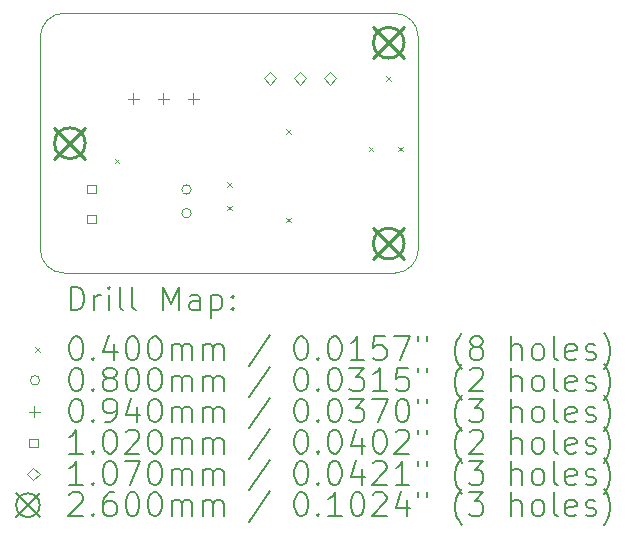
<source format=gbr>
%TF.GenerationSoftware,KiCad,Pcbnew,8.0.2*%
%TF.CreationDate,2024-07-08T11:38:22+02:00*%
%TF.ProjectId,IMD SCS Maker,494d4420-5343-4532-904d-616b65722e6b,rev?*%
%TF.SameCoordinates,Original*%
%TF.FileFunction,Drillmap*%
%TF.FilePolarity,Positive*%
%FSLAX45Y45*%
G04 Gerber Fmt 4.5, Leading zero omitted, Abs format (unit mm)*
G04 Created by KiCad (PCBNEW 8.0.2) date 2024-07-08 11:38:22*
%MOMM*%
%LPD*%
G01*
G04 APERTURE LIST*
%ADD10C,0.100000*%
%ADD11C,0.200000*%
%ADD12C,0.102000*%
%ADD13C,0.107000*%
%ADD14C,0.260000*%
G04 APERTURE END LIST*
D10*
X9500000Y-5950000D02*
G75*
G02*
X9300000Y-6150000I-200000J0D01*
G01*
X6500000Y-6150000D02*
G75*
G02*
X6300000Y-5950000I0J200000D01*
G01*
X9300000Y-3950000D02*
G75*
G02*
X9500000Y-4150000I0J-200000D01*
G01*
X6300000Y-4150000D02*
G75*
G02*
X6500000Y-3950000I200000J0D01*
G01*
X9500000Y-4150000D02*
X9500000Y-5950000D01*
X6500000Y-3950000D02*
X9300000Y-3950000D01*
X9300000Y-6150000D02*
X6500000Y-6150000D01*
X6300000Y-5950000D02*
X6300000Y-4150000D01*
D11*
D10*
X6930000Y-5180000D02*
X6970000Y-5220000D01*
X6970000Y-5180000D02*
X6930000Y-5220000D01*
X7880000Y-5380000D02*
X7920000Y-5420000D01*
X7920000Y-5380000D02*
X7880000Y-5420000D01*
X7880000Y-5580000D02*
X7920000Y-5620000D01*
X7920000Y-5580000D02*
X7880000Y-5620000D01*
X8380000Y-4930000D02*
X8420000Y-4970000D01*
X8420000Y-4930000D02*
X8380000Y-4970000D01*
X8380000Y-5680000D02*
X8420000Y-5720000D01*
X8420000Y-5680000D02*
X8380000Y-5720000D01*
X9080000Y-5080000D02*
X9120000Y-5120000D01*
X9120000Y-5080000D02*
X9080000Y-5120000D01*
X9230000Y-4480000D02*
X9270000Y-4520000D01*
X9270000Y-4480000D02*
X9230000Y-4520000D01*
X9330000Y-5080000D02*
X9370000Y-5120000D01*
X9370000Y-5080000D02*
X9330000Y-5120000D01*
X7577650Y-5442711D02*
G75*
G02*
X7497650Y-5442711I-40000J0D01*
G01*
X7497650Y-5442711D02*
G75*
G02*
X7577650Y-5442711I40000J0D01*
G01*
X7577650Y-5642711D02*
G75*
G02*
X7497650Y-5642711I-40000J0D01*
G01*
X7497650Y-5642711D02*
G75*
G02*
X7577650Y-5642711I40000J0D01*
G01*
X7086600Y-4626600D02*
X7086600Y-4720600D01*
X7039600Y-4673600D02*
X7133600Y-4673600D01*
X7340600Y-4626600D02*
X7340600Y-4720600D01*
X7293600Y-4673600D02*
X7387600Y-4673600D01*
X7594600Y-4626600D02*
X7594600Y-4720600D01*
X7547600Y-4673600D02*
X7641600Y-4673600D01*
D12*
X6767713Y-5476063D02*
X6767713Y-5403937D01*
X6695587Y-5403937D01*
X6695587Y-5476063D01*
X6767713Y-5476063D01*
X6767713Y-5730063D02*
X6767713Y-5657937D01*
X6695587Y-5657937D01*
X6695587Y-5730063D01*
X6767713Y-5730063D01*
D13*
X8246000Y-4553500D02*
X8299500Y-4500000D01*
X8246000Y-4446500D01*
X8192500Y-4500000D01*
X8246000Y-4553500D01*
X8500000Y-4553500D02*
X8553500Y-4500000D01*
X8500000Y-4446500D01*
X8446500Y-4500000D01*
X8500000Y-4553500D01*
X8754000Y-4553500D02*
X8807500Y-4500000D01*
X8754000Y-4446500D01*
X8700500Y-4500000D01*
X8754000Y-4553500D01*
D14*
X6420000Y-4920000D02*
X6680000Y-5180000D01*
X6680000Y-4920000D02*
X6420000Y-5180000D01*
X6680000Y-5050000D02*
G75*
G02*
X6420000Y-5050000I-130000J0D01*
G01*
X6420000Y-5050000D02*
G75*
G02*
X6680000Y-5050000I130000J0D01*
G01*
X9120000Y-4070000D02*
X9380000Y-4330000D01*
X9380000Y-4070000D02*
X9120000Y-4330000D01*
X9380000Y-4200000D02*
G75*
G02*
X9120000Y-4200000I-130000J0D01*
G01*
X9120000Y-4200000D02*
G75*
G02*
X9380000Y-4200000I130000J0D01*
G01*
X9120000Y-5770000D02*
X9380000Y-6030000D01*
X9380000Y-5770000D02*
X9120000Y-6030000D01*
X9380000Y-5900000D02*
G75*
G02*
X9120000Y-5900000I-130000J0D01*
G01*
X9120000Y-5900000D02*
G75*
G02*
X9380000Y-5900000I130000J0D01*
G01*
D11*
X6555777Y-6466484D02*
X6555777Y-6266484D01*
X6555777Y-6266484D02*
X6603396Y-6266484D01*
X6603396Y-6266484D02*
X6631967Y-6276008D01*
X6631967Y-6276008D02*
X6651015Y-6295055D01*
X6651015Y-6295055D02*
X6660539Y-6314103D01*
X6660539Y-6314103D02*
X6670062Y-6352198D01*
X6670062Y-6352198D02*
X6670062Y-6380769D01*
X6670062Y-6380769D02*
X6660539Y-6418865D01*
X6660539Y-6418865D02*
X6651015Y-6437912D01*
X6651015Y-6437912D02*
X6631967Y-6456960D01*
X6631967Y-6456960D02*
X6603396Y-6466484D01*
X6603396Y-6466484D02*
X6555777Y-6466484D01*
X6755777Y-6466484D02*
X6755777Y-6333150D01*
X6755777Y-6371246D02*
X6765301Y-6352198D01*
X6765301Y-6352198D02*
X6774824Y-6342674D01*
X6774824Y-6342674D02*
X6793872Y-6333150D01*
X6793872Y-6333150D02*
X6812920Y-6333150D01*
X6879586Y-6466484D02*
X6879586Y-6333150D01*
X6879586Y-6266484D02*
X6870062Y-6276008D01*
X6870062Y-6276008D02*
X6879586Y-6285531D01*
X6879586Y-6285531D02*
X6889110Y-6276008D01*
X6889110Y-6276008D02*
X6879586Y-6266484D01*
X6879586Y-6266484D02*
X6879586Y-6285531D01*
X7003396Y-6466484D02*
X6984348Y-6456960D01*
X6984348Y-6456960D02*
X6974824Y-6437912D01*
X6974824Y-6437912D02*
X6974824Y-6266484D01*
X7108158Y-6466484D02*
X7089110Y-6456960D01*
X7089110Y-6456960D02*
X7079586Y-6437912D01*
X7079586Y-6437912D02*
X7079586Y-6266484D01*
X7336729Y-6466484D02*
X7336729Y-6266484D01*
X7336729Y-6266484D02*
X7403396Y-6409341D01*
X7403396Y-6409341D02*
X7470062Y-6266484D01*
X7470062Y-6266484D02*
X7470062Y-6466484D01*
X7651015Y-6466484D02*
X7651015Y-6361722D01*
X7651015Y-6361722D02*
X7641491Y-6342674D01*
X7641491Y-6342674D02*
X7622443Y-6333150D01*
X7622443Y-6333150D02*
X7584348Y-6333150D01*
X7584348Y-6333150D02*
X7565301Y-6342674D01*
X7651015Y-6456960D02*
X7631967Y-6466484D01*
X7631967Y-6466484D02*
X7584348Y-6466484D01*
X7584348Y-6466484D02*
X7565301Y-6456960D01*
X7565301Y-6456960D02*
X7555777Y-6437912D01*
X7555777Y-6437912D02*
X7555777Y-6418865D01*
X7555777Y-6418865D02*
X7565301Y-6399817D01*
X7565301Y-6399817D02*
X7584348Y-6390293D01*
X7584348Y-6390293D02*
X7631967Y-6390293D01*
X7631967Y-6390293D02*
X7651015Y-6380769D01*
X7746253Y-6333150D02*
X7746253Y-6533150D01*
X7746253Y-6342674D02*
X7765301Y-6333150D01*
X7765301Y-6333150D02*
X7803396Y-6333150D01*
X7803396Y-6333150D02*
X7822443Y-6342674D01*
X7822443Y-6342674D02*
X7831967Y-6352198D01*
X7831967Y-6352198D02*
X7841491Y-6371246D01*
X7841491Y-6371246D02*
X7841491Y-6428388D01*
X7841491Y-6428388D02*
X7831967Y-6447436D01*
X7831967Y-6447436D02*
X7822443Y-6456960D01*
X7822443Y-6456960D02*
X7803396Y-6466484D01*
X7803396Y-6466484D02*
X7765301Y-6466484D01*
X7765301Y-6466484D02*
X7746253Y-6456960D01*
X7927205Y-6447436D02*
X7936729Y-6456960D01*
X7936729Y-6456960D02*
X7927205Y-6466484D01*
X7927205Y-6466484D02*
X7917682Y-6456960D01*
X7917682Y-6456960D02*
X7927205Y-6447436D01*
X7927205Y-6447436D02*
X7927205Y-6466484D01*
X7927205Y-6342674D02*
X7936729Y-6352198D01*
X7936729Y-6352198D02*
X7927205Y-6361722D01*
X7927205Y-6361722D02*
X7917682Y-6352198D01*
X7917682Y-6352198D02*
X7927205Y-6342674D01*
X7927205Y-6342674D02*
X7927205Y-6361722D01*
D10*
X6255000Y-6775000D02*
X6295000Y-6815000D01*
X6295000Y-6775000D02*
X6255000Y-6815000D01*
D11*
X6593872Y-6686484D02*
X6612920Y-6686484D01*
X6612920Y-6686484D02*
X6631967Y-6696008D01*
X6631967Y-6696008D02*
X6641491Y-6705531D01*
X6641491Y-6705531D02*
X6651015Y-6724579D01*
X6651015Y-6724579D02*
X6660539Y-6762674D01*
X6660539Y-6762674D02*
X6660539Y-6810293D01*
X6660539Y-6810293D02*
X6651015Y-6848388D01*
X6651015Y-6848388D02*
X6641491Y-6867436D01*
X6641491Y-6867436D02*
X6631967Y-6876960D01*
X6631967Y-6876960D02*
X6612920Y-6886484D01*
X6612920Y-6886484D02*
X6593872Y-6886484D01*
X6593872Y-6886484D02*
X6574824Y-6876960D01*
X6574824Y-6876960D02*
X6565301Y-6867436D01*
X6565301Y-6867436D02*
X6555777Y-6848388D01*
X6555777Y-6848388D02*
X6546253Y-6810293D01*
X6546253Y-6810293D02*
X6546253Y-6762674D01*
X6546253Y-6762674D02*
X6555777Y-6724579D01*
X6555777Y-6724579D02*
X6565301Y-6705531D01*
X6565301Y-6705531D02*
X6574824Y-6696008D01*
X6574824Y-6696008D02*
X6593872Y-6686484D01*
X6746253Y-6867436D02*
X6755777Y-6876960D01*
X6755777Y-6876960D02*
X6746253Y-6886484D01*
X6746253Y-6886484D02*
X6736729Y-6876960D01*
X6736729Y-6876960D02*
X6746253Y-6867436D01*
X6746253Y-6867436D02*
X6746253Y-6886484D01*
X6927205Y-6753150D02*
X6927205Y-6886484D01*
X6879586Y-6676960D02*
X6831967Y-6819817D01*
X6831967Y-6819817D02*
X6955777Y-6819817D01*
X7070062Y-6686484D02*
X7089110Y-6686484D01*
X7089110Y-6686484D02*
X7108158Y-6696008D01*
X7108158Y-6696008D02*
X7117682Y-6705531D01*
X7117682Y-6705531D02*
X7127205Y-6724579D01*
X7127205Y-6724579D02*
X7136729Y-6762674D01*
X7136729Y-6762674D02*
X7136729Y-6810293D01*
X7136729Y-6810293D02*
X7127205Y-6848388D01*
X7127205Y-6848388D02*
X7117682Y-6867436D01*
X7117682Y-6867436D02*
X7108158Y-6876960D01*
X7108158Y-6876960D02*
X7089110Y-6886484D01*
X7089110Y-6886484D02*
X7070062Y-6886484D01*
X7070062Y-6886484D02*
X7051015Y-6876960D01*
X7051015Y-6876960D02*
X7041491Y-6867436D01*
X7041491Y-6867436D02*
X7031967Y-6848388D01*
X7031967Y-6848388D02*
X7022443Y-6810293D01*
X7022443Y-6810293D02*
X7022443Y-6762674D01*
X7022443Y-6762674D02*
X7031967Y-6724579D01*
X7031967Y-6724579D02*
X7041491Y-6705531D01*
X7041491Y-6705531D02*
X7051015Y-6696008D01*
X7051015Y-6696008D02*
X7070062Y-6686484D01*
X7260539Y-6686484D02*
X7279586Y-6686484D01*
X7279586Y-6686484D02*
X7298634Y-6696008D01*
X7298634Y-6696008D02*
X7308158Y-6705531D01*
X7308158Y-6705531D02*
X7317682Y-6724579D01*
X7317682Y-6724579D02*
X7327205Y-6762674D01*
X7327205Y-6762674D02*
X7327205Y-6810293D01*
X7327205Y-6810293D02*
X7317682Y-6848388D01*
X7317682Y-6848388D02*
X7308158Y-6867436D01*
X7308158Y-6867436D02*
X7298634Y-6876960D01*
X7298634Y-6876960D02*
X7279586Y-6886484D01*
X7279586Y-6886484D02*
X7260539Y-6886484D01*
X7260539Y-6886484D02*
X7241491Y-6876960D01*
X7241491Y-6876960D02*
X7231967Y-6867436D01*
X7231967Y-6867436D02*
X7222443Y-6848388D01*
X7222443Y-6848388D02*
X7212920Y-6810293D01*
X7212920Y-6810293D02*
X7212920Y-6762674D01*
X7212920Y-6762674D02*
X7222443Y-6724579D01*
X7222443Y-6724579D02*
X7231967Y-6705531D01*
X7231967Y-6705531D02*
X7241491Y-6696008D01*
X7241491Y-6696008D02*
X7260539Y-6686484D01*
X7412920Y-6886484D02*
X7412920Y-6753150D01*
X7412920Y-6772198D02*
X7422443Y-6762674D01*
X7422443Y-6762674D02*
X7441491Y-6753150D01*
X7441491Y-6753150D02*
X7470063Y-6753150D01*
X7470063Y-6753150D02*
X7489110Y-6762674D01*
X7489110Y-6762674D02*
X7498634Y-6781722D01*
X7498634Y-6781722D02*
X7498634Y-6886484D01*
X7498634Y-6781722D02*
X7508158Y-6762674D01*
X7508158Y-6762674D02*
X7527205Y-6753150D01*
X7527205Y-6753150D02*
X7555777Y-6753150D01*
X7555777Y-6753150D02*
X7574824Y-6762674D01*
X7574824Y-6762674D02*
X7584348Y-6781722D01*
X7584348Y-6781722D02*
X7584348Y-6886484D01*
X7679586Y-6886484D02*
X7679586Y-6753150D01*
X7679586Y-6772198D02*
X7689110Y-6762674D01*
X7689110Y-6762674D02*
X7708158Y-6753150D01*
X7708158Y-6753150D02*
X7736729Y-6753150D01*
X7736729Y-6753150D02*
X7755777Y-6762674D01*
X7755777Y-6762674D02*
X7765301Y-6781722D01*
X7765301Y-6781722D02*
X7765301Y-6886484D01*
X7765301Y-6781722D02*
X7774824Y-6762674D01*
X7774824Y-6762674D02*
X7793872Y-6753150D01*
X7793872Y-6753150D02*
X7822443Y-6753150D01*
X7822443Y-6753150D02*
X7841491Y-6762674D01*
X7841491Y-6762674D02*
X7851015Y-6781722D01*
X7851015Y-6781722D02*
X7851015Y-6886484D01*
X8241491Y-6676960D02*
X8070063Y-6934103D01*
X8498634Y-6686484D02*
X8517682Y-6686484D01*
X8517682Y-6686484D02*
X8536729Y-6696008D01*
X8536729Y-6696008D02*
X8546253Y-6705531D01*
X8546253Y-6705531D02*
X8555777Y-6724579D01*
X8555777Y-6724579D02*
X8565301Y-6762674D01*
X8565301Y-6762674D02*
X8565301Y-6810293D01*
X8565301Y-6810293D02*
X8555777Y-6848388D01*
X8555777Y-6848388D02*
X8546253Y-6867436D01*
X8546253Y-6867436D02*
X8536729Y-6876960D01*
X8536729Y-6876960D02*
X8517682Y-6886484D01*
X8517682Y-6886484D02*
X8498634Y-6886484D01*
X8498634Y-6886484D02*
X8479587Y-6876960D01*
X8479587Y-6876960D02*
X8470063Y-6867436D01*
X8470063Y-6867436D02*
X8460539Y-6848388D01*
X8460539Y-6848388D02*
X8451015Y-6810293D01*
X8451015Y-6810293D02*
X8451015Y-6762674D01*
X8451015Y-6762674D02*
X8460539Y-6724579D01*
X8460539Y-6724579D02*
X8470063Y-6705531D01*
X8470063Y-6705531D02*
X8479587Y-6696008D01*
X8479587Y-6696008D02*
X8498634Y-6686484D01*
X8651015Y-6867436D02*
X8660539Y-6876960D01*
X8660539Y-6876960D02*
X8651015Y-6886484D01*
X8651015Y-6886484D02*
X8641491Y-6876960D01*
X8641491Y-6876960D02*
X8651015Y-6867436D01*
X8651015Y-6867436D02*
X8651015Y-6886484D01*
X8784348Y-6686484D02*
X8803396Y-6686484D01*
X8803396Y-6686484D02*
X8822444Y-6696008D01*
X8822444Y-6696008D02*
X8831968Y-6705531D01*
X8831968Y-6705531D02*
X8841491Y-6724579D01*
X8841491Y-6724579D02*
X8851015Y-6762674D01*
X8851015Y-6762674D02*
X8851015Y-6810293D01*
X8851015Y-6810293D02*
X8841491Y-6848388D01*
X8841491Y-6848388D02*
X8831968Y-6867436D01*
X8831968Y-6867436D02*
X8822444Y-6876960D01*
X8822444Y-6876960D02*
X8803396Y-6886484D01*
X8803396Y-6886484D02*
X8784348Y-6886484D01*
X8784348Y-6886484D02*
X8765301Y-6876960D01*
X8765301Y-6876960D02*
X8755777Y-6867436D01*
X8755777Y-6867436D02*
X8746253Y-6848388D01*
X8746253Y-6848388D02*
X8736729Y-6810293D01*
X8736729Y-6810293D02*
X8736729Y-6762674D01*
X8736729Y-6762674D02*
X8746253Y-6724579D01*
X8746253Y-6724579D02*
X8755777Y-6705531D01*
X8755777Y-6705531D02*
X8765301Y-6696008D01*
X8765301Y-6696008D02*
X8784348Y-6686484D01*
X9041491Y-6886484D02*
X8927206Y-6886484D01*
X8984348Y-6886484D02*
X8984348Y-6686484D01*
X8984348Y-6686484D02*
X8965301Y-6715055D01*
X8965301Y-6715055D02*
X8946253Y-6734103D01*
X8946253Y-6734103D02*
X8927206Y-6743627D01*
X9222444Y-6686484D02*
X9127206Y-6686484D01*
X9127206Y-6686484D02*
X9117682Y-6781722D01*
X9117682Y-6781722D02*
X9127206Y-6772198D01*
X9127206Y-6772198D02*
X9146253Y-6762674D01*
X9146253Y-6762674D02*
X9193872Y-6762674D01*
X9193872Y-6762674D02*
X9212920Y-6772198D01*
X9212920Y-6772198D02*
X9222444Y-6781722D01*
X9222444Y-6781722D02*
X9231968Y-6800769D01*
X9231968Y-6800769D02*
X9231968Y-6848388D01*
X9231968Y-6848388D02*
X9222444Y-6867436D01*
X9222444Y-6867436D02*
X9212920Y-6876960D01*
X9212920Y-6876960D02*
X9193872Y-6886484D01*
X9193872Y-6886484D02*
X9146253Y-6886484D01*
X9146253Y-6886484D02*
X9127206Y-6876960D01*
X9127206Y-6876960D02*
X9117682Y-6867436D01*
X9298634Y-6686484D02*
X9431968Y-6686484D01*
X9431968Y-6686484D02*
X9346253Y-6886484D01*
X9498634Y-6686484D02*
X9498634Y-6724579D01*
X9574825Y-6686484D02*
X9574825Y-6724579D01*
X9870063Y-6962674D02*
X9860539Y-6953150D01*
X9860539Y-6953150D02*
X9841491Y-6924579D01*
X9841491Y-6924579D02*
X9831968Y-6905531D01*
X9831968Y-6905531D02*
X9822444Y-6876960D01*
X9822444Y-6876960D02*
X9812920Y-6829341D01*
X9812920Y-6829341D02*
X9812920Y-6791246D01*
X9812920Y-6791246D02*
X9822444Y-6743627D01*
X9822444Y-6743627D02*
X9831968Y-6715055D01*
X9831968Y-6715055D02*
X9841491Y-6696008D01*
X9841491Y-6696008D02*
X9860539Y-6667436D01*
X9860539Y-6667436D02*
X9870063Y-6657912D01*
X9974825Y-6772198D02*
X9955777Y-6762674D01*
X9955777Y-6762674D02*
X9946253Y-6753150D01*
X9946253Y-6753150D02*
X9936730Y-6734103D01*
X9936730Y-6734103D02*
X9936730Y-6724579D01*
X9936730Y-6724579D02*
X9946253Y-6705531D01*
X9946253Y-6705531D02*
X9955777Y-6696008D01*
X9955777Y-6696008D02*
X9974825Y-6686484D01*
X9974825Y-6686484D02*
X10012920Y-6686484D01*
X10012920Y-6686484D02*
X10031968Y-6696008D01*
X10031968Y-6696008D02*
X10041491Y-6705531D01*
X10041491Y-6705531D02*
X10051015Y-6724579D01*
X10051015Y-6724579D02*
X10051015Y-6734103D01*
X10051015Y-6734103D02*
X10041491Y-6753150D01*
X10041491Y-6753150D02*
X10031968Y-6762674D01*
X10031968Y-6762674D02*
X10012920Y-6772198D01*
X10012920Y-6772198D02*
X9974825Y-6772198D01*
X9974825Y-6772198D02*
X9955777Y-6781722D01*
X9955777Y-6781722D02*
X9946253Y-6791246D01*
X9946253Y-6791246D02*
X9936730Y-6810293D01*
X9936730Y-6810293D02*
X9936730Y-6848388D01*
X9936730Y-6848388D02*
X9946253Y-6867436D01*
X9946253Y-6867436D02*
X9955777Y-6876960D01*
X9955777Y-6876960D02*
X9974825Y-6886484D01*
X9974825Y-6886484D02*
X10012920Y-6886484D01*
X10012920Y-6886484D02*
X10031968Y-6876960D01*
X10031968Y-6876960D02*
X10041491Y-6867436D01*
X10041491Y-6867436D02*
X10051015Y-6848388D01*
X10051015Y-6848388D02*
X10051015Y-6810293D01*
X10051015Y-6810293D02*
X10041491Y-6791246D01*
X10041491Y-6791246D02*
X10031968Y-6781722D01*
X10031968Y-6781722D02*
X10012920Y-6772198D01*
X10289111Y-6886484D02*
X10289111Y-6686484D01*
X10374825Y-6886484D02*
X10374825Y-6781722D01*
X10374825Y-6781722D02*
X10365301Y-6762674D01*
X10365301Y-6762674D02*
X10346253Y-6753150D01*
X10346253Y-6753150D02*
X10317682Y-6753150D01*
X10317682Y-6753150D02*
X10298634Y-6762674D01*
X10298634Y-6762674D02*
X10289111Y-6772198D01*
X10498634Y-6886484D02*
X10479587Y-6876960D01*
X10479587Y-6876960D02*
X10470063Y-6867436D01*
X10470063Y-6867436D02*
X10460539Y-6848388D01*
X10460539Y-6848388D02*
X10460539Y-6791246D01*
X10460539Y-6791246D02*
X10470063Y-6772198D01*
X10470063Y-6772198D02*
X10479587Y-6762674D01*
X10479587Y-6762674D02*
X10498634Y-6753150D01*
X10498634Y-6753150D02*
X10527206Y-6753150D01*
X10527206Y-6753150D02*
X10546253Y-6762674D01*
X10546253Y-6762674D02*
X10555777Y-6772198D01*
X10555777Y-6772198D02*
X10565301Y-6791246D01*
X10565301Y-6791246D02*
X10565301Y-6848388D01*
X10565301Y-6848388D02*
X10555777Y-6867436D01*
X10555777Y-6867436D02*
X10546253Y-6876960D01*
X10546253Y-6876960D02*
X10527206Y-6886484D01*
X10527206Y-6886484D02*
X10498634Y-6886484D01*
X10679587Y-6886484D02*
X10660539Y-6876960D01*
X10660539Y-6876960D02*
X10651015Y-6857912D01*
X10651015Y-6857912D02*
X10651015Y-6686484D01*
X10831968Y-6876960D02*
X10812920Y-6886484D01*
X10812920Y-6886484D02*
X10774825Y-6886484D01*
X10774825Y-6886484D02*
X10755777Y-6876960D01*
X10755777Y-6876960D02*
X10746253Y-6857912D01*
X10746253Y-6857912D02*
X10746253Y-6781722D01*
X10746253Y-6781722D02*
X10755777Y-6762674D01*
X10755777Y-6762674D02*
X10774825Y-6753150D01*
X10774825Y-6753150D02*
X10812920Y-6753150D01*
X10812920Y-6753150D02*
X10831968Y-6762674D01*
X10831968Y-6762674D02*
X10841492Y-6781722D01*
X10841492Y-6781722D02*
X10841492Y-6800769D01*
X10841492Y-6800769D02*
X10746253Y-6819817D01*
X10917682Y-6876960D02*
X10936730Y-6886484D01*
X10936730Y-6886484D02*
X10974825Y-6886484D01*
X10974825Y-6886484D02*
X10993873Y-6876960D01*
X10993873Y-6876960D02*
X11003396Y-6857912D01*
X11003396Y-6857912D02*
X11003396Y-6848388D01*
X11003396Y-6848388D02*
X10993873Y-6829341D01*
X10993873Y-6829341D02*
X10974825Y-6819817D01*
X10974825Y-6819817D02*
X10946253Y-6819817D01*
X10946253Y-6819817D02*
X10927206Y-6810293D01*
X10927206Y-6810293D02*
X10917682Y-6791246D01*
X10917682Y-6791246D02*
X10917682Y-6781722D01*
X10917682Y-6781722D02*
X10927206Y-6762674D01*
X10927206Y-6762674D02*
X10946253Y-6753150D01*
X10946253Y-6753150D02*
X10974825Y-6753150D01*
X10974825Y-6753150D02*
X10993873Y-6762674D01*
X11070063Y-6962674D02*
X11079587Y-6953150D01*
X11079587Y-6953150D02*
X11098634Y-6924579D01*
X11098634Y-6924579D02*
X11108158Y-6905531D01*
X11108158Y-6905531D02*
X11117682Y-6876960D01*
X11117682Y-6876960D02*
X11127206Y-6829341D01*
X11127206Y-6829341D02*
X11127206Y-6791246D01*
X11127206Y-6791246D02*
X11117682Y-6743627D01*
X11117682Y-6743627D02*
X11108158Y-6715055D01*
X11108158Y-6715055D02*
X11098634Y-6696008D01*
X11098634Y-6696008D02*
X11079587Y-6667436D01*
X11079587Y-6667436D02*
X11070063Y-6657912D01*
D10*
X6295000Y-7059000D02*
G75*
G02*
X6215000Y-7059000I-40000J0D01*
G01*
X6215000Y-7059000D02*
G75*
G02*
X6295000Y-7059000I40000J0D01*
G01*
D11*
X6593872Y-6950484D02*
X6612920Y-6950484D01*
X6612920Y-6950484D02*
X6631967Y-6960008D01*
X6631967Y-6960008D02*
X6641491Y-6969531D01*
X6641491Y-6969531D02*
X6651015Y-6988579D01*
X6651015Y-6988579D02*
X6660539Y-7026674D01*
X6660539Y-7026674D02*
X6660539Y-7074293D01*
X6660539Y-7074293D02*
X6651015Y-7112388D01*
X6651015Y-7112388D02*
X6641491Y-7131436D01*
X6641491Y-7131436D02*
X6631967Y-7140960D01*
X6631967Y-7140960D02*
X6612920Y-7150484D01*
X6612920Y-7150484D02*
X6593872Y-7150484D01*
X6593872Y-7150484D02*
X6574824Y-7140960D01*
X6574824Y-7140960D02*
X6565301Y-7131436D01*
X6565301Y-7131436D02*
X6555777Y-7112388D01*
X6555777Y-7112388D02*
X6546253Y-7074293D01*
X6546253Y-7074293D02*
X6546253Y-7026674D01*
X6546253Y-7026674D02*
X6555777Y-6988579D01*
X6555777Y-6988579D02*
X6565301Y-6969531D01*
X6565301Y-6969531D02*
X6574824Y-6960008D01*
X6574824Y-6960008D02*
X6593872Y-6950484D01*
X6746253Y-7131436D02*
X6755777Y-7140960D01*
X6755777Y-7140960D02*
X6746253Y-7150484D01*
X6746253Y-7150484D02*
X6736729Y-7140960D01*
X6736729Y-7140960D02*
X6746253Y-7131436D01*
X6746253Y-7131436D02*
X6746253Y-7150484D01*
X6870062Y-7036198D02*
X6851015Y-7026674D01*
X6851015Y-7026674D02*
X6841491Y-7017150D01*
X6841491Y-7017150D02*
X6831967Y-6998103D01*
X6831967Y-6998103D02*
X6831967Y-6988579D01*
X6831967Y-6988579D02*
X6841491Y-6969531D01*
X6841491Y-6969531D02*
X6851015Y-6960008D01*
X6851015Y-6960008D02*
X6870062Y-6950484D01*
X6870062Y-6950484D02*
X6908158Y-6950484D01*
X6908158Y-6950484D02*
X6927205Y-6960008D01*
X6927205Y-6960008D02*
X6936729Y-6969531D01*
X6936729Y-6969531D02*
X6946253Y-6988579D01*
X6946253Y-6988579D02*
X6946253Y-6998103D01*
X6946253Y-6998103D02*
X6936729Y-7017150D01*
X6936729Y-7017150D02*
X6927205Y-7026674D01*
X6927205Y-7026674D02*
X6908158Y-7036198D01*
X6908158Y-7036198D02*
X6870062Y-7036198D01*
X6870062Y-7036198D02*
X6851015Y-7045722D01*
X6851015Y-7045722D02*
X6841491Y-7055246D01*
X6841491Y-7055246D02*
X6831967Y-7074293D01*
X6831967Y-7074293D02*
X6831967Y-7112388D01*
X6831967Y-7112388D02*
X6841491Y-7131436D01*
X6841491Y-7131436D02*
X6851015Y-7140960D01*
X6851015Y-7140960D02*
X6870062Y-7150484D01*
X6870062Y-7150484D02*
X6908158Y-7150484D01*
X6908158Y-7150484D02*
X6927205Y-7140960D01*
X6927205Y-7140960D02*
X6936729Y-7131436D01*
X6936729Y-7131436D02*
X6946253Y-7112388D01*
X6946253Y-7112388D02*
X6946253Y-7074293D01*
X6946253Y-7074293D02*
X6936729Y-7055246D01*
X6936729Y-7055246D02*
X6927205Y-7045722D01*
X6927205Y-7045722D02*
X6908158Y-7036198D01*
X7070062Y-6950484D02*
X7089110Y-6950484D01*
X7089110Y-6950484D02*
X7108158Y-6960008D01*
X7108158Y-6960008D02*
X7117682Y-6969531D01*
X7117682Y-6969531D02*
X7127205Y-6988579D01*
X7127205Y-6988579D02*
X7136729Y-7026674D01*
X7136729Y-7026674D02*
X7136729Y-7074293D01*
X7136729Y-7074293D02*
X7127205Y-7112388D01*
X7127205Y-7112388D02*
X7117682Y-7131436D01*
X7117682Y-7131436D02*
X7108158Y-7140960D01*
X7108158Y-7140960D02*
X7089110Y-7150484D01*
X7089110Y-7150484D02*
X7070062Y-7150484D01*
X7070062Y-7150484D02*
X7051015Y-7140960D01*
X7051015Y-7140960D02*
X7041491Y-7131436D01*
X7041491Y-7131436D02*
X7031967Y-7112388D01*
X7031967Y-7112388D02*
X7022443Y-7074293D01*
X7022443Y-7074293D02*
X7022443Y-7026674D01*
X7022443Y-7026674D02*
X7031967Y-6988579D01*
X7031967Y-6988579D02*
X7041491Y-6969531D01*
X7041491Y-6969531D02*
X7051015Y-6960008D01*
X7051015Y-6960008D02*
X7070062Y-6950484D01*
X7260539Y-6950484D02*
X7279586Y-6950484D01*
X7279586Y-6950484D02*
X7298634Y-6960008D01*
X7298634Y-6960008D02*
X7308158Y-6969531D01*
X7308158Y-6969531D02*
X7317682Y-6988579D01*
X7317682Y-6988579D02*
X7327205Y-7026674D01*
X7327205Y-7026674D02*
X7327205Y-7074293D01*
X7327205Y-7074293D02*
X7317682Y-7112388D01*
X7317682Y-7112388D02*
X7308158Y-7131436D01*
X7308158Y-7131436D02*
X7298634Y-7140960D01*
X7298634Y-7140960D02*
X7279586Y-7150484D01*
X7279586Y-7150484D02*
X7260539Y-7150484D01*
X7260539Y-7150484D02*
X7241491Y-7140960D01*
X7241491Y-7140960D02*
X7231967Y-7131436D01*
X7231967Y-7131436D02*
X7222443Y-7112388D01*
X7222443Y-7112388D02*
X7212920Y-7074293D01*
X7212920Y-7074293D02*
X7212920Y-7026674D01*
X7212920Y-7026674D02*
X7222443Y-6988579D01*
X7222443Y-6988579D02*
X7231967Y-6969531D01*
X7231967Y-6969531D02*
X7241491Y-6960008D01*
X7241491Y-6960008D02*
X7260539Y-6950484D01*
X7412920Y-7150484D02*
X7412920Y-7017150D01*
X7412920Y-7036198D02*
X7422443Y-7026674D01*
X7422443Y-7026674D02*
X7441491Y-7017150D01*
X7441491Y-7017150D02*
X7470063Y-7017150D01*
X7470063Y-7017150D02*
X7489110Y-7026674D01*
X7489110Y-7026674D02*
X7498634Y-7045722D01*
X7498634Y-7045722D02*
X7498634Y-7150484D01*
X7498634Y-7045722D02*
X7508158Y-7026674D01*
X7508158Y-7026674D02*
X7527205Y-7017150D01*
X7527205Y-7017150D02*
X7555777Y-7017150D01*
X7555777Y-7017150D02*
X7574824Y-7026674D01*
X7574824Y-7026674D02*
X7584348Y-7045722D01*
X7584348Y-7045722D02*
X7584348Y-7150484D01*
X7679586Y-7150484D02*
X7679586Y-7017150D01*
X7679586Y-7036198D02*
X7689110Y-7026674D01*
X7689110Y-7026674D02*
X7708158Y-7017150D01*
X7708158Y-7017150D02*
X7736729Y-7017150D01*
X7736729Y-7017150D02*
X7755777Y-7026674D01*
X7755777Y-7026674D02*
X7765301Y-7045722D01*
X7765301Y-7045722D02*
X7765301Y-7150484D01*
X7765301Y-7045722D02*
X7774824Y-7026674D01*
X7774824Y-7026674D02*
X7793872Y-7017150D01*
X7793872Y-7017150D02*
X7822443Y-7017150D01*
X7822443Y-7017150D02*
X7841491Y-7026674D01*
X7841491Y-7026674D02*
X7851015Y-7045722D01*
X7851015Y-7045722D02*
X7851015Y-7150484D01*
X8241491Y-6940960D02*
X8070063Y-7198103D01*
X8498634Y-6950484D02*
X8517682Y-6950484D01*
X8517682Y-6950484D02*
X8536729Y-6960008D01*
X8536729Y-6960008D02*
X8546253Y-6969531D01*
X8546253Y-6969531D02*
X8555777Y-6988579D01*
X8555777Y-6988579D02*
X8565301Y-7026674D01*
X8565301Y-7026674D02*
X8565301Y-7074293D01*
X8565301Y-7074293D02*
X8555777Y-7112388D01*
X8555777Y-7112388D02*
X8546253Y-7131436D01*
X8546253Y-7131436D02*
X8536729Y-7140960D01*
X8536729Y-7140960D02*
X8517682Y-7150484D01*
X8517682Y-7150484D02*
X8498634Y-7150484D01*
X8498634Y-7150484D02*
X8479587Y-7140960D01*
X8479587Y-7140960D02*
X8470063Y-7131436D01*
X8470063Y-7131436D02*
X8460539Y-7112388D01*
X8460539Y-7112388D02*
X8451015Y-7074293D01*
X8451015Y-7074293D02*
X8451015Y-7026674D01*
X8451015Y-7026674D02*
X8460539Y-6988579D01*
X8460539Y-6988579D02*
X8470063Y-6969531D01*
X8470063Y-6969531D02*
X8479587Y-6960008D01*
X8479587Y-6960008D02*
X8498634Y-6950484D01*
X8651015Y-7131436D02*
X8660539Y-7140960D01*
X8660539Y-7140960D02*
X8651015Y-7150484D01*
X8651015Y-7150484D02*
X8641491Y-7140960D01*
X8641491Y-7140960D02*
X8651015Y-7131436D01*
X8651015Y-7131436D02*
X8651015Y-7150484D01*
X8784348Y-6950484D02*
X8803396Y-6950484D01*
X8803396Y-6950484D02*
X8822444Y-6960008D01*
X8822444Y-6960008D02*
X8831968Y-6969531D01*
X8831968Y-6969531D02*
X8841491Y-6988579D01*
X8841491Y-6988579D02*
X8851015Y-7026674D01*
X8851015Y-7026674D02*
X8851015Y-7074293D01*
X8851015Y-7074293D02*
X8841491Y-7112388D01*
X8841491Y-7112388D02*
X8831968Y-7131436D01*
X8831968Y-7131436D02*
X8822444Y-7140960D01*
X8822444Y-7140960D02*
X8803396Y-7150484D01*
X8803396Y-7150484D02*
X8784348Y-7150484D01*
X8784348Y-7150484D02*
X8765301Y-7140960D01*
X8765301Y-7140960D02*
X8755777Y-7131436D01*
X8755777Y-7131436D02*
X8746253Y-7112388D01*
X8746253Y-7112388D02*
X8736729Y-7074293D01*
X8736729Y-7074293D02*
X8736729Y-7026674D01*
X8736729Y-7026674D02*
X8746253Y-6988579D01*
X8746253Y-6988579D02*
X8755777Y-6969531D01*
X8755777Y-6969531D02*
X8765301Y-6960008D01*
X8765301Y-6960008D02*
X8784348Y-6950484D01*
X8917682Y-6950484D02*
X9041491Y-6950484D01*
X9041491Y-6950484D02*
X8974825Y-7026674D01*
X8974825Y-7026674D02*
X9003396Y-7026674D01*
X9003396Y-7026674D02*
X9022444Y-7036198D01*
X9022444Y-7036198D02*
X9031968Y-7045722D01*
X9031968Y-7045722D02*
X9041491Y-7064769D01*
X9041491Y-7064769D02*
X9041491Y-7112388D01*
X9041491Y-7112388D02*
X9031968Y-7131436D01*
X9031968Y-7131436D02*
X9022444Y-7140960D01*
X9022444Y-7140960D02*
X9003396Y-7150484D01*
X9003396Y-7150484D02*
X8946253Y-7150484D01*
X8946253Y-7150484D02*
X8927206Y-7140960D01*
X8927206Y-7140960D02*
X8917682Y-7131436D01*
X9231968Y-7150484D02*
X9117682Y-7150484D01*
X9174825Y-7150484D02*
X9174825Y-6950484D01*
X9174825Y-6950484D02*
X9155777Y-6979055D01*
X9155777Y-6979055D02*
X9136729Y-6998103D01*
X9136729Y-6998103D02*
X9117682Y-7007627D01*
X9412920Y-6950484D02*
X9317682Y-6950484D01*
X9317682Y-6950484D02*
X9308158Y-7045722D01*
X9308158Y-7045722D02*
X9317682Y-7036198D01*
X9317682Y-7036198D02*
X9336729Y-7026674D01*
X9336729Y-7026674D02*
X9384349Y-7026674D01*
X9384349Y-7026674D02*
X9403396Y-7036198D01*
X9403396Y-7036198D02*
X9412920Y-7045722D01*
X9412920Y-7045722D02*
X9422444Y-7064769D01*
X9422444Y-7064769D02*
X9422444Y-7112388D01*
X9422444Y-7112388D02*
X9412920Y-7131436D01*
X9412920Y-7131436D02*
X9403396Y-7140960D01*
X9403396Y-7140960D02*
X9384349Y-7150484D01*
X9384349Y-7150484D02*
X9336729Y-7150484D01*
X9336729Y-7150484D02*
X9317682Y-7140960D01*
X9317682Y-7140960D02*
X9308158Y-7131436D01*
X9498634Y-6950484D02*
X9498634Y-6988579D01*
X9574825Y-6950484D02*
X9574825Y-6988579D01*
X9870063Y-7226674D02*
X9860539Y-7217150D01*
X9860539Y-7217150D02*
X9841491Y-7188579D01*
X9841491Y-7188579D02*
X9831968Y-7169531D01*
X9831968Y-7169531D02*
X9822444Y-7140960D01*
X9822444Y-7140960D02*
X9812920Y-7093341D01*
X9812920Y-7093341D02*
X9812920Y-7055246D01*
X9812920Y-7055246D02*
X9822444Y-7007627D01*
X9822444Y-7007627D02*
X9831968Y-6979055D01*
X9831968Y-6979055D02*
X9841491Y-6960008D01*
X9841491Y-6960008D02*
X9860539Y-6931436D01*
X9860539Y-6931436D02*
X9870063Y-6921912D01*
X9936730Y-6969531D02*
X9946253Y-6960008D01*
X9946253Y-6960008D02*
X9965301Y-6950484D01*
X9965301Y-6950484D02*
X10012920Y-6950484D01*
X10012920Y-6950484D02*
X10031968Y-6960008D01*
X10031968Y-6960008D02*
X10041491Y-6969531D01*
X10041491Y-6969531D02*
X10051015Y-6988579D01*
X10051015Y-6988579D02*
X10051015Y-7007627D01*
X10051015Y-7007627D02*
X10041491Y-7036198D01*
X10041491Y-7036198D02*
X9927206Y-7150484D01*
X9927206Y-7150484D02*
X10051015Y-7150484D01*
X10289111Y-7150484D02*
X10289111Y-6950484D01*
X10374825Y-7150484D02*
X10374825Y-7045722D01*
X10374825Y-7045722D02*
X10365301Y-7026674D01*
X10365301Y-7026674D02*
X10346253Y-7017150D01*
X10346253Y-7017150D02*
X10317682Y-7017150D01*
X10317682Y-7017150D02*
X10298634Y-7026674D01*
X10298634Y-7026674D02*
X10289111Y-7036198D01*
X10498634Y-7150484D02*
X10479587Y-7140960D01*
X10479587Y-7140960D02*
X10470063Y-7131436D01*
X10470063Y-7131436D02*
X10460539Y-7112388D01*
X10460539Y-7112388D02*
X10460539Y-7055246D01*
X10460539Y-7055246D02*
X10470063Y-7036198D01*
X10470063Y-7036198D02*
X10479587Y-7026674D01*
X10479587Y-7026674D02*
X10498634Y-7017150D01*
X10498634Y-7017150D02*
X10527206Y-7017150D01*
X10527206Y-7017150D02*
X10546253Y-7026674D01*
X10546253Y-7026674D02*
X10555777Y-7036198D01*
X10555777Y-7036198D02*
X10565301Y-7055246D01*
X10565301Y-7055246D02*
X10565301Y-7112388D01*
X10565301Y-7112388D02*
X10555777Y-7131436D01*
X10555777Y-7131436D02*
X10546253Y-7140960D01*
X10546253Y-7140960D02*
X10527206Y-7150484D01*
X10527206Y-7150484D02*
X10498634Y-7150484D01*
X10679587Y-7150484D02*
X10660539Y-7140960D01*
X10660539Y-7140960D02*
X10651015Y-7121912D01*
X10651015Y-7121912D02*
X10651015Y-6950484D01*
X10831968Y-7140960D02*
X10812920Y-7150484D01*
X10812920Y-7150484D02*
X10774825Y-7150484D01*
X10774825Y-7150484D02*
X10755777Y-7140960D01*
X10755777Y-7140960D02*
X10746253Y-7121912D01*
X10746253Y-7121912D02*
X10746253Y-7045722D01*
X10746253Y-7045722D02*
X10755777Y-7026674D01*
X10755777Y-7026674D02*
X10774825Y-7017150D01*
X10774825Y-7017150D02*
X10812920Y-7017150D01*
X10812920Y-7017150D02*
X10831968Y-7026674D01*
X10831968Y-7026674D02*
X10841492Y-7045722D01*
X10841492Y-7045722D02*
X10841492Y-7064769D01*
X10841492Y-7064769D02*
X10746253Y-7083817D01*
X10917682Y-7140960D02*
X10936730Y-7150484D01*
X10936730Y-7150484D02*
X10974825Y-7150484D01*
X10974825Y-7150484D02*
X10993873Y-7140960D01*
X10993873Y-7140960D02*
X11003396Y-7121912D01*
X11003396Y-7121912D02*
X11003396Y-7112388D01*
X11003396Y-7112388D02*
X10993873Y-7093341D01*
X10993873Y-7093341D02*
X10974825Y-7083817D01*
X10974825Y-7083817D02*
X10946253Y-7083817D01*
X10946253Y-7083817D02*
X10927206Y-7074293D01*
X10927206Y-7074293D02*
X10917682Y-7055246D01*
X10917682Y-7055246D02*
X10917682Y-7045722D01*
X10917682Y-7045722D02*
X10927206Y-7026674D01*
X10927206Y-7026674D02*
X10946253Y-7017150D01*
X10946253Y-7017150D02*
X10974825Y-7017150D01*
X10974825Y-7017150D02*
X10993873Y-7026674D01*
X11070063Y-7226674D02*
X11079587Y-7217150D01*
X11079587Y-7217150D02*
X11098634Y-7188579D01*
X11098634Y-7188579D02*
X11108158Y-7169531D01*
X11108158Y-7169531D02*
X11117682Y-7140960D01*
X11117682Y-7140960D02*
X11127206Y-7093341D01*
X11127206Y-7093341D02*
X11127206Y-7055246D01*
X11127206Y-7055246D02*
X11117682Y-7007627D01*
X11117682Y-7007627D02*
X11108158Y-6979055D01*
X11108158Y-6979055D02*
X11098634Y-6960008D01*
X11098634Y-6960008D02*
X11079587Y-6931436D01*
X11079587Y-6931436D02*
X11070063Y-6921912D01*
D10*
X6248000Y-7276000D02*
X6248000Y-7370000D01*
X6201000Y-7323000D02*
X6295000Y-7323000D01*
D11*
X6593872Y-7214484D02*
X6612920Y-7214484D01*
X6612920Y-7214484D02*
X6631967Y-7224008D01*
X6631967Y-7224008D02*
X6641491Y-7233531D01*
X6641491Y-7233531D02*
X6651015Y-7252579D01*
X6651015Y-7252579D02*
X6660539Y-7290674D01*
X6660539Y-7290674D02*
X6660539Y-7338293D01*
X6660539Y-7338293D02*
X6651015Y-7376388D01*
X6651015Y-7376388D02*
X6641491Y-7395436D01*
X6641491Y-7395436D02*
X6631967Y-7404960D01*
X6631967Y-7404960D02*
X6612920Y-7414484D01*
X6612920Y-7414484D02*
X6593872Y-7414484D01*
X6593872Y-7414484D02*
X6574824Y-7404960D01*
X6574824Y-7404960D02*
X6565301Y-7395436D01*
X6565301Y-7395436D02*
X6555777Y-7376388D01*
X6555777Y-7376388D02*
X6546253Y-7338293D01*
X6546253Y-7338293D02*
X6546253Y-7290674D01*
X6546253Y-7290674D02*
X6555777Y-7252579D01*
X6555777Y-7252579D02*
X6565301Y-7233531D01*
X6565301Y-7233531D02*
X6574824Y-7224008D01*
X6574824Y-7224008D02*
X6593872Y-7214484D01*
X6746253Y-7395436D02*
X6755777Y-7404960D01*
X6755777Y-7404960D02*
X6746253Y-7414484D01*
X6746253Y-7414484D02*
X6736729Y-7404960D01*
X6736729Y-7404960D02*
X6746253Y-7395436D01*
X6746253Y-7395436D02*
X6746253Y-7414484D01*
X6851015Y-7414484D02*
X6889110Y-7414484D01*
X6889110Y-7414484D02*
X6908158Y-7404960D01*
X6908158Y-7404960D02*
X6917682Y-7395436D01*
X6917682Y-7395436D02*
X6936729Y-7366865D01*
X6936729Y-7366865D02*
X6946253Y-7328769D01*
X6946253Y-7328769D02*
X6946253Y-7252579D01*
X6946253Y-7252579D02*
X6936729Y-7233531D01*
X6936729Y-7233531D02*
X6927205Y-7224008D01*
X6927205Y-7224008D02*
X6908158Y-7214484D01*
X6908158Y-7214484D02*
X6870062Y-7214484D01*
X6870062Y-7214484D02*
X6851015Y-7224008D01*
X6851015Y-7224008D02*
X6841491Y-7233531D01*
X6841491Y-7233531D02*
X6831967Y-7252579D01*
X6831967Y-7252579D02*
X6831967Y-7300198D01*
X6831967Y-7300198D02*
X6841491Y-7319246D01*
X6841491Y-7319246D02*
X6851015Y-7328769D01*
X6851015Y-7328769D02*
X6870062Y-7338293D01*
X6870062Y-7338293D02*
X6908158Y-7338293D01*
X6908158Y-7338293D02*
X6927205Y-7328769D01*
X6927205Y-7328769D02*
X6936729Y-7319246D01*
X6936729Y-7319246D02*
X6946253Y-7300198D01*
X7117682Y-7281150D02*
X7117682Y-7414484D01*
X7070062Y-7204960D02*
X7022443Y-7347817D01*
X7022443Y-7347817D02*
X7146253Y-7347817D01*
X7260539Y-7214484D02*
X7279586Y-7214484D01*
X7279586Y-7214484D02*
X7298634Y-7224008D01*
X7298634Y-7224008D02*
X7308158Y-7233531D01*
X7308158Y-7233531D02*
X7317682Y-7252579D01*
X7317682Y-7252579D02*
X7327205Y-7290674D01*
X7327205Y-7290674D02*
X7327205Y-7338293D01*
X7327205Y-7338293D02*
X7317682Y-7376388D01*
X7317682Y-7376388D02*
X7308158Y-7395436D01*
X7308158Y-7395436D02*
X7298634Y-7404960D01*
X7298634Y-7404960D02*
X7279586Y-7414484D01*
X7279586Y-7414484D02*
X7260539Y-7414484D01*
X7260539Y-7414484D02*
X7241491Y-7404960D01*
X7241491Y-7404960D02*
X7231967Y-7395436D01*
X7231967Y-7395436D02*
X7222443Y-7376388D01*
X7222443Y-7376388D02*
X7212920Y-7338293D01*
X7212920Y-7338293D02*
X7212920Y-7290674D01*
X7212920Y-7290674D02*
X7222443Y-7252579D01*
X7222443Y-7252579D02*
X7231967Y-7233531D01*
X7231967Y-7233531D02*
X7241491Y-7224008D01*
X7241491Y-7224008D02*
X7260539Y-7214484D01*
X7412920Y-7414484D02*
X7412920Y-7281150D01*
X7412920Y-7300198D02*
X7422443Y-7290674D01*
X7422443Y-7290674D02*
X7441491Y-7281150D01*
X7441491Y-7281150D02*
X7470063Y-7281150D01*
X7470063Y-7281150D02*
X7489110Y-7290674D01*
X7489110Y-7290674D02*
X7498634Y-7309722D01*
X7498634Y-7309722D02*
X7498634Y-7414484D01*
X7498634Y-7309722D02*
X7508158Y-7290674D01*
X7508158Y-7290674D02*
X7527205Y-7281150D01*
X7527205Y-7281150D02*
X7555777Y-7281150D01*
X7555777Y-7281150D02*
X7574824Y-7290674D01*
X7574824Y-7290674D02*
X7584348Y-7309722D01*
X7584348Y-7309722D02*
X7584348Y-7414484D01*
X7679586Y-7414484D02*
X7679586Y-7281150D01*
X7679586Y-7300198D02*
X7689110Y-7290674D01*
X7689110Y-7290674D02*
X7708158Y-7281150D01*
X7708158Y-7281150D02*
X7736729Y-7281150D01*
X7736729Y-7281150D02*
X7755777Y-7290674D01*
X7755777Y-7290674D02*
X7765301Y-7309722D01*
X7765301Y-7309722D02*
X7765301Y-7414484D01*
X7765301Y-7309722D02*
X7774824Y-7290674D01*
X7774824Y-7290674D02*
X7793872Y-7281150D01*
X7793872Y-7281150D02*
X7822443Y-7281150D01*
X7822443Y-7281150D02*
X7841491Y-7290674D01*
X7841491Y-7290674D02*
X7851015Y-7309722D01*
X7851015Y-7309722D02*
X7851015Y-7414484D01*
X8241491Y-7204960D02*
X8070063Y-7462103D01*
X8498634Y-7214484D02*
X8517682Y-7214484D01*
X8517682Y-7214484D02*
X8536729Y-7224008D01*
X8536729Y-7224008D02*
X8546253Y-7233531D01*
X8546253Y-7233531D02*
X8555777Y-7252579D01*
X8555777Y-7252579D02*
X8565301Y-7290674D01*
X8565301Y-7290674D02*
X8565301Y-7338293D01*
X8565301Y-7338293D02*
X8555777Y-7376388D01*
X8555777Y-7376388D02*
X8546253Y-7395436D01*
X8546253Y-7395436D02*
X8536729Y-7404960D01*
X8536729Y-7404960D02*
X8517682Y-7414484D01*
X8517682Y-7414484D02*
X8498634Y-7414484D01*
X8498634Y-7414484D02*
X8479587Y-7404960D01*
X8479587Y-7404960D02*
X8470063Y-7395436D01*
X8470063Y-7395436D02*
X8460539Y-7376388D01*
X8460539Y-7376388D02*
X8451015Y-7338293D01*
X8451015Y-7338293D02*
X8451015Y-7290674D01*
X8451015Y-7290674D02*
X8460539Y-7252579D01*
X8460539Y-7252579D02*
X8470063Y-7233531D01*
X8470063Y-7233531D02*
X8479587Y-7224008D01*
X8479587Y-7224008D02*
X8498634Y-7214484D01*
X8651015Y-7395436D02*
X8660539Y-7404960D01*
X8660539Y-7404960D02*
X8651015Y-7414484D01*
X8651015Y-7414484D02*
X8641491Y-7404960D01*
X8641491Y-7404960D02*
X8651015Y-7395436D01*
X8651015Y-7395436D02*
X8651015Y-7414484D01*
X8784348Y-7214484D02*
X8803396Y-7214484D01*
X8803396Y-7214484D02*
X8822444Y-7224008D01*
X8822444Y-7224008D02*
X8831968Y-7233531D01*
X8831968Y-7233531D02*
X8841491Y-7252579D01*
X8841491Y-7252579D02*
X8851015Y-7290674D01*
X8851015Y-7290674D02*
X8851015Y-7338293D01*
X8851015Y-7338293D02*
X8841491Y-7376388D01*
X8841491Y-7376388D02*
X8831968Y-7395436D01*
X8831968Y-7395436D02*
X8822444Y-7404960D01*
X8822444Y-7404960D02*
X8803396Y-7414484D01*
X8803396Y-7414484D02*
X8784348Y-7414484D01*
X8784348Y-7414484D02*
X8765301Y-7404960D01*
X8765301Y-7404960D02*
X8755777Y-7395436D01*
X8755777Y-7395436D02*
X8746253Y-7376388D01*
X8746253Y-7376388D02*
X8736729Y-7338293D01*
X8736729Y-7338293D02*
X8736729Y-7290674D01*
X8736729Y-7290674D02*
X8746253Y-7252579D01*
X8746253Y-7252579D02*
X8755777Y-7233531D01*
X8755777Y-7233531D02*
X8765301Y-7224008D01*
X8765301Y-7224008D02*
X8784348Y-7214484D01*
X8917682Y-7214484D02*
X9041491Y-7214484D01*
X9041491Y-7214484D02*
X8974825Y-7290674D01*
X8974825Y-7290674D02*
X9003396Y-7290674D01*
X9003396Y-7290674D02*
X9022444Y-7300198D01*
X9022444Y-7300198D02*
X9031968Y-7309722D01*
X9031968Y-7309722D02*
X9041491Y-7328769D01*
X9041491Y-7328769D02*
X9041491Y-7376388D01*
X9041491Y-7376388D02*
X9031968Y-7395436D01*
X9031968Y-7395436D02*
X9022444Y-7404960D01*
X9022444Y-7404960D02*
X9003396Y-7414484D01*
X9003396Y-7414484D02*
X8946253Y-7414484D01*
X8946253Y-7414484D02*
X8927206Y-7404960D01*
X8927206Y-7404960D02*
X8917682Y-7395436D01*
X9108158Y-7214484D02*
X9241491Y-7214484D01*
X9241491Y-7214484D02*
X9155777Y-7414484D01*
X9355777Y-7214484D02*
X9374825Y-7214484D01*
X9374825Y-7214484D02*
X9393872Y-7224008D01*
X9393872Y-7224008D02*
X9403396Y-7233531D01*
X9403396Y-7233531D02*
X9412920Y-7252579D01*
X9412920Y-7252579D02*
X9422444Y-7290674D01*
X9422444Y-7290674D02*
X9422444Y-7338293D01*
X9422444Y-7338293D02*
X9412920Y-7376388D01*
X9412920Y-7376388D02*
X9403396Y-7395436D01*
X9403396Y-7395436D02*
X9393872Y-7404960D01*
X9393872Y-7404960D02*
X9374825Y-7414484D01*
X9374825Y-7414484D02*
X9355777Y-7414484D01*
X9355777Y-7414484D02*
X9336729Y-7404960D01*
X9336729Y-7404960D02*
X9327206Y-7395436D01*
X9327206Y-7395436D02*
X9317682Y-7376388D01*
X9317682Y-7376388D02*
X9308158Y-7338293D01*
X9308158Y-7338293D02*
X9308158Y-7290674D01*
X9308158Y-7290674D02*
X9317682Y-7252579D01*
X9317682Y-7252579D02*
X9327206Y-7233531D01*
X9327206Y-7233531D02*
X9336729Y-7224008D01*
X9336729Y-7224008D02*
X9355777Y-7214484D01*
X9498634Y-7214484D02*
X9498634Y-7252579D01*
X9574825Y-7214484D02*
X9574825Y-7252579D01*
X9870063Y-7490674D02*
X9860539Y-7481150D01*
X9860539Y-7481150D02*
X9841491Y-7452579D01*
X9841491Y-7452579D02*
X9831968Y-7433531D01*
X9831968Y-7433531D02*
X9822444Y-7404960D01*
X9822444Y-7404960D02*
X9812920Y-7357341D01*
X9812920Y-7357341D02*
X9812920Y-7319246D01*
X9812920Y-7319246D02*
X9822444Y-7271627D01*
X9822444Y-7271627D02*
X9831968Y-7243055D01*
X9831968Y-7243055D02*
X9841491Y-7224008D01*
X9841491Y-7224008D02*
X9860539Y-7195436D01*
X9860539Y-7195436D02*
X9870063Y-7185912D01*
X9927206Y-7214484D02*
X10051015Y-7214484D01*
X10051015Y-7214484D02*
X9984349Y-7290674D01*
X9984349Y-7290674D02*
X10012920Y-7290674D01*
X10012920Y-7290674D02*
X10031968Y-7300198D01*
X10031968Y-7300198D02*
X10041491Y-7309722D01*
X10041491Y-7309722D02*
X10051015Y-7328769D01*
X10051015Y-7328769D02*
X10051015Y-7376388D01*
X10051015Y-7376388D02*
X10041491Y-7395436D01*
X10041491Y-7395436D02*
X10031968Y-7404960D01*
X10031968Y-7404960D02*
X10012920Y-7414484D01*
X10012920Y-7414484D02*
X9955777Y-7414484D01*
X9955777Y-7414484D02*
X9936730Y-7404960D01*
X9936730Y-7404960D02*
X9927206Y-7395436D01*
X10289111Y-7414484D02*
X10289111Y-7214484D01*
X10374825Y-7414484D02*
X10374825Y-7309722D01*
X10374825Y-7309722D02*
X10365301Y-7290674D01*
X10365301Y-7290674D02*
X10346253Y-7281150D01*
X10346253Y-7281150D02*
X10317682Y-7281150D01*
X10317682Y-7281150D02*
X10298634Y-7290674D01*
X10298634Y-7290674D02*
X10289111Y-7300198D01*
X10498634Y-7414484D02*
X10479587Y-7404960D01*
X10479587Y-7404960D02*
X10470063Y-7395436D01*
X10470063Y-7395436D02*
X10460539Y-7376388D01*
X10460539Y-7376388D02*
X10460539Y-7319246D01*
X10460539Y-7319246D02*
X10470063Y-7300198D01*
X10470063Y-7300198D02*
X10479587Y-7290674D01*
X10479587Y-7290674D02*
X10498634Y-7281150D01*
X10498634Y-7281150D02*
X10527206Y-7281150D01*
X10527206Y-7281150D02*
X10546253Y-7290674D01*
X10546253Y-7290674D02*
X10555777Y-7300198D01*
X10555777Y-7300198D02*
X10565301Y-7319246D01*
X10565301Y-7319246D02*
X10565301Y-7376388D01*
X10565301Y-7376388D02*
X10555777Y-7395436D01*
X10555777Y-7395436D02*
X10546253Y-7404960D01*
X10546253Y-7404960D02*
X10527206Y-7414484D01*
X10527206Y-7414484D02*
X10498634Y-7414484D01*
X10679587Y-7414484D02*
X10660539Y-7404960D01*
X10660539Y-7404960D02*
X10651015Y-7385912D01*
X10651015Y-7385912D02*
X10651015Y-7214484D01*
X10831968Y-7404960D02*
X10812920Y-7414484D01*
X10812920Y-7414484D02*
X10774825Y-7414484D01*
X10774825Y-7414484D02*
X10755777Y-7404960D01*
X10755777Y-7404960D02*
X10746253Y-7385912D01*
X10746253Y-7385912D02*
X10746253Y-7309722D01*
X10746253Y-7309722D02*
X10755777Y-7290674D01*
X10755777Y-7290674D02*
X10774825Y-7281150D01*
X10774825Y-7281150D02*
X10812920Y-7281150D01*
X10812920Y-7281150D02*
X10831968Y-7290674D01*
X10831968Y-7290674D02*
X10841492Y-7309722D01*
X10841492Y-7309722D02*
X10841492Y-7328769D01*
X10841492Y-7328769D02*
X10746253Y-7347817D01*
X10917682Y-7404960D02*
X10936730Y-7414484D01*
X10936730Y-7414484D02*
X10974825Y-7414484D01*
X10974825Y-7414484D02*
X10993873Y-7404960D01*
X10993873Y-7404960D02*
X11003396Y-7385912D01*
X11003396Y-7385912D02*
X11003396Y-7376388D01*
X11003396Y-7376388D02*
X10993873Y-7357341D01*
X10993873Y-7357341D02*
X10974825Y-7347817D01*
X10974825Y-7347817D02*
X10946253Y-7347817D01*
X10946253Y-7347817D02*
X10927206Y-7338293D01*
X10927206Y-7338293D02*
X10917682Y-7319246D01*
X10917682Y-7319246D02*
X10917682Y-7309722D01*
X10917682Y-7309722D02*
X10927206Y-7290674D01*
X10927206Y-7290674D02*
X10946253Y-7281150D01*
X10946253Y-7281150D02*
X10974825Y-7281150D01*
X10974825Y-7281150D02*
X10993873Y-7290674D01*
X11070063Y-7490674D02*
X11079587Y-7481150D01*
X11079587Y-7481150D02*
X11098634Y-7452579D01*
X11098634Y-7452579D02*
X11108158Y-7433531D01*
X11108158Y-7433531D02*
X11117682Y-7404960D01*
X11117682Y-7404960D02*
X11127206Y-7357341D01*
X11127206Y-7357341D02*
X11127206Y-7319246D01*
X11127206Y-7319246D02*
X11117682Y-7271627D01*
X11117682Y-7271627D02*
X11108158Y-7243055D01*
X11108158Y-7243055D02*
X11098634Y-7224008D01*
X11098634Y-7224008D02*
X11079587Y-7195436D01*
X11079587Y-7195436D02*
X11070063Y-7185912D01*
D12*
X6280063Y-7623063D02*
X6280063Y-7550937D01*
X6207937Y-7550937D01*
X6207937Y-7623063D01*
X6280063Y-7623063D01*
D11*
X6660539Y-7678484D02*
X6546253Y-7678484D01*
X6603396Y-7678484D02*
X6603396Y-7478484D01*
X6603396Y-7478484D02*
X6584348Y-7507055D01*
X6584348Y-7507055D02*
X6565301Y-7526103D01*
X6565301Y-7526103D02*
X6546253Y-7535627D01*
X6746253Y-7659436D02*
X6755777Y-7668960D01*
X6755777Y-7668960D02*
X6746253Y-7678484D01*
X6746253Y-7678484D02*
X6736729Y-7668960D01*
X6736729Y-7668960D02*
X6746253Y-7659436D01*
X6746253Y-7659436D02*
X6746253Y-7678484D01*
X6879586Y-7478484D02*
X6898634Y-7478484D01*
X6898634Y-7478484D02*
X6917682Y-7488008D01*
X6917682Y-7488008D02*
X6927205Y-7497531D01*
X6927205Y-7497531D02*
X6936729Y-7516579D01*
X6936729Y-7516579D02*
X6946253Y-7554674D01*
X6946253Y-7554674D02*
X6946253Y-7602293D01*
X6946253Y-7602293D02*
X6936729Y-7640388D01*
X6936729Y-7640388D02*
X6927205Y-7659436D01*
X6927205Y-7659436D02*
X6917682Y-7668960D01*
X6917682Y-7668960D02*
X6898634Y-7678484D01*
X6898634Y-7678484D02*
X6879586Y-7678484D01*
X6879586Y-7678484D02*
X6860539Y-7668960D01*
X6860539Y-7668960D02*
X6851015Y-7659436D01*
X6851015Y-7659436D02*
X6841491Y-7640388D01*
X6841491Y-7640388D02*
X6831967Y-7602293D01*
X6831967Y-7602293D02*
X6831967Y-7554674D01*
X6831967Y-7554674D02*
X6841491Y-7516579D01*
X6841491Y-7516579D02*
X6851015Y-7497531D01*
X6851015Y-7497531D02*
X6860539Y-7488008D01*
X6860539Y-7488008D02*
X6879586Y-7478484D01*
X7022443Y-7497531D02*
X7031967Y-7488008D01*
X7031967Y-7488008D02*
X7051015Y-7478484D01*
X7051015Y-7478484D02*
X7098634Y-7478484D01*
X7098634Y-7478484D02*
X7117682Y-7488008D01*
X7117682Y-7488008D02*
X7127205Y-7497531D01*
X7127205Y-7497531D02*
X7136729Y-7516579D01*
X7136729Y-7516579D02*
X7136729Y-7535627D01*
X7136729Y-7535627D02*
X7127205Y-7564198D01*
X7127205Y-7564198D02*
X7012920Y-7678484D01*
X7012920Y-7678484D02*
X7136729Y-7678484D01*
X7260539Y-7478484D02*
X7279586Y-7478484D01*
X7279586Y-7478484D02*
X7298634Y-7488008D01*
X7298634Y-7488008D02*
X7308158Y-7497531D01*
X7308158Y-7497531D02*
X7317682Y-7516579D01*
X7317682Y-7516579D02*
X7327205Y-7554674D01*
X7327205Y-7554674D02*
X7327205Y-7602293D01*
X7327205Y-7602293D02*
X7317682Y-7640388D01*
X7317682Y-7640388D02*
X7308158Y-7659436D01*
X7308158Y-7659436D02*
X7298634Y-7668960D01*
X7298634Y-7668960D02*
X7279586Y-7678484D01*
X7279586Y-7678484D02*
X7260539Y-7678484D01*
X7260539Y-7678484D02*
X7241491Y-7668960D01*
X7241491Y-7668960D02*
X7231967Y-7659436D01*
X7231967Y-7659436D02*
X7222443Y-7640388D01*
X7222443Y-7640388D02*
X7212920Y-7602293D01*
X7212920Y-7602293D02*
X7212920Y-7554674D01*
X7212920Y-7554674D02*
X7222443Y-7516579D01*
X7222443Y-7516579D02*
X7231967Y-7497531D01*
X7231967Y-7497531D02*
X7241491Y-7488008D01*
X7241491Y-7488008D02*
X7260539Y-7478484D01*
X7412920Y-7678484D02*
X7412920Y-7545150D01*
X7412920Y-7564198D02*
X7422443Y-7554674D01*
X7422443Y-7554674D02*
X7441491Y-7545150D01*
X7441491Y-7545150D02*
X7470063Y-7545150D01*
X7470063Y-7545150D02*
X7489110Y-7554674D01*
X7489110Y-7554674D02*
X7498634Y-7573722D01*
X7498634Y-7573722D02*
X7498634Y-7678484D01*
X7498634Y-7573722D02*
X7508158Y-7554674D01*
X7508158Y-7554674D02*
X7527205Y-7545150D01*
X7527205Y-7545150D02*
X7555777Y-7545150D01*
X7555777Y-7545150D02*
X7574824Y-7554674D01*
X7574824Y-7554674D02*
X7584348Y-7573722D01*
X7584348Y-7573722D02*
X7584348Y-7678484D01*
X7679586Y-7678484D02*
X7679586Y-7545150D01*
X7679586Y-7564198D02*
X7689110Y-7554674D01*
X7689110Y-7554674D02*
X7708158Y-7545150D01*
X7708158Y-7545150D02*
X7736729Y-7545150D01*
X7736729Y-7545150D02*
X7755777Y-7554674D01*
X7755777Y-7554674D02*
X7765301Y-7573722D01*
X7765301Y-7573722D02*
X7765301Y-7678484D01*
X7765301Y-7573722D02*
X7774824Y-7554674D01*
X7774824Y-7554674D02*
X7793872Y-7545150D01*
X7793872Y-7545150D02*
X7822443Y-7545150D01*
X7822443Y-7545150D02*
X7841491Y-7554674D01*
X7841491Y-7554674D02*
X7851015Y-7573722D01*
X7851015Y-7573722D02*
X7851015Y-7678484D01*
X8241491Y-7468960D02*
X8070063Y-7726103D01*
X8498634Y-7478484D02*
X8517682Y-7478484D01*
X8517682Y-7478484D02*
X8536729Y-7488008D01*
X8536729Y-7488008D02*
X8546253Y-7497531D01*
X8546253Y-7497531D02*
X8555777Y-7516579D01*
X8555777Y-7516579D02*
X8565301Y-7554674D01*
X8565301Y-7554674D02*
X8565301Y-7602293D01*
X8565301Y-7602293D02*
X8555777Y-7640388D01*
X8555777Y-7640388D02*
X8546253Y-7659436D01*
X8546253Y-7659436D02*
X8536729Y-7668960D01*
X8536729Y-7668960D02*
X8517682Y-7678484D01*
X8517682Y-7678484D02*
X8498634Y-7678484D01*
X8498634Y-7678484D02*
X8479587Y-7668960D01*
X8479587Y-7668960D02*
X8470063Y-7659436D01*
X8470063Y-7659436D02*
X8460539Y-7640388D01*
X8460539Y-7640388D02*
X8451015Y-7602293D01*
X8451015Y-7602293D02*
X8451015Y-7554674D01*
X8451015Y-7554674D02*
X8460539Y-7516579D01*
X8460539Y-7516579D02*
X8470063Y-7497531D01*
X8470063Y-7497531D02*
X8479587Y-7488008D01*
X8479587Y-7488008D02*
X8498634Y-7478484D01*
X8651015Y-7659436D02*
X8660539Y-7668960D01*
X8660539Y-7668960D02*
X8651015Y-7678484D01*
X8651015Y-7678484D02*
X8641491Y-7668960D01*
X8641491Y-7668960D02*
X8651015Y-7659436D01*
X8651015Y-7659436D02*
X8651015Y-7678484D01*
X8784348Y-7478484D02*
X8803396Y-7478484D01*
X8803396Y-7478484D02*
X8822444Y-7488008D01*
X8822444Y-7488008D02*
X8831968Y-7497531D01*
X8831968Y-7497531D02*
X8841491Y-7516579D01*
X8841491Y-7516579D02*
X8851015Y-7554674D01*
X8851015Y-7554674D02*
X8851015Y-7602293D01*
X8851015Y-7602293D02*
X8841491Y-7640388D01*
X8841491Y-7640388D02*
X8831968Y-7659436D01*
X8831968Y-7659436D02*
X8822444Y-7668960D01*
X8822444Y-7668960D02*
X8803396Y-7678484D01*
X8803396Y-7678484D02*
X8784348Y-7678484D01*
X8784348Y-7678484D02*
X8765301Y-7668960D01*
X8765301Y-7668960D02*
X8755777Y-7659436D01*
X8755777Y-7659436D02*
X8746253Y-7640388D01*
X8746253Y-7640388D02*
X8736729Y-7602293D01*
X8736729Y-7602293D02*
X8736729Y-7554674D01*
X8736729Y-7554674D02*
X8746253Y-7516579D01*
X8746253Y-7516579D02*
X8755777Y-7497531D01*
X8755777Y-7497531D02*
X8765301Y-7488008D01*
X8765301Y-7488008D02*
X8784348Y-7478484D01*
X9022444Y-7545150D02*
X9022444Y-7678484D01*
X8974825Y-7468960D02*
X8927206Y-7611817D01*
X8927206Y-7611817D02*
X9051015Y-7611817D01*
X9165301Y-7478484D02*
X9184349Y-7478484D01*
X9184349Y-7478484D02*
X9203396Y-7488008D01*
X9203396Y-7488008D02*
X9212920Y-7497531D01*
X9212920Y-7497531D02*
X9222444Y-7516579D01*
X9222444Y-7516579D02*
X9231968Y-7554674D01*
X9231968Y-7554674D02*
X9231968Y-7602293D01*
X9231968Y-7602293D02*
X9222444Y-7640388D01*
X9222444Y-7640388D02*
X9212920Y-7659436D01*
X9212920Y-7659436D02*
X9203396Y-7668960D01*
X9203396Y-7668960D02*
X9184349Y-7678484D01*
X9184349Y-7678484D02*
X9165301Y-7678484D01*
X9165301Y-7678484D02*
X9146253Y-7668960D01*
X9146253Y-7668960D02*
X9136729Y-7659436D01*
X9136729Y-7659436D02*
X9127206Y-7640388D01*
X9127206Y-7640388D02*
X9117682Y-7602293D01*
X9117682Y-7602293D02*
X9117682Y-7554674D01*
X9117682Y-7554674D02*
X9127206Y-7516579D01*
X9127206Y-7516579D02*
X9136729Y-7497531D01*
X9136729Y-7497531D02*
X9146253Y-7488008D01*
X9146253Y-7488008D02*
X9165301Y-7478484D01*
X9308158Y-7497531D02*
X9317682Y-7488008D01*
X9317682Y-7488008D02*
X9336729Y-7478484D01*
X9336729Y-7478484D02*
X9384349Y-7478484D01*
X9384349Y-7478484D02*
X9403396Y-7488008D01*
X9403396Y-7488008D02*
X9412920Y-7497531D01*
X9412920Y-7497531D02*
X9422444Y-7516579D01*
X9422444Y-7516579D02*
X9422444Y-7535627D01*
X9422444Y-7535627D02*
X9412920Y-7564198D01*
X9412920Y-7564198D02*
X9298634Y-7678484D01*
X9298634Y-7678484D02*
X9422444Y-7678484D01*
X9498634Y-7478484D02*
X9498634Y-7516579D01*
X9574825Y-7478484D02*
X9574825Y-7516579D01*
X9870063Y-7754674D02*
X9860539Y-7745150D01*
X9860539Y-7745150D02*
X9841491Y-7716579D01*
X9841491Y-7716579D02*
X9831968Y-7697531D01*
X9831968Y-7697531D02*
X9822444Y-7668960D01*
X9822444Y-7668960D02*
X9812920Y-7621341D01*
X9812920Y-7621341D02*
X9812920Y-7583246D01*
X9812920Y-7583246D02*
X9822444Y-7535627D01*
X9822444Y-7535627D02*
X9831968Y-7507055D01*
X9831968Y-7507055D02*
X9841491Y-7488008D01*
X9841491Y-7488008D02*
X9860539Y-7459436D01*
X9860539Y-7459436D02*
X9870063Y-7449912D01*
X9936730Y-7497531D02*
X9946253Y-7488008D01*
X9946253Y-7488008D02*
X9965301Y-7478484D01*
X9965301Y-7478484D02*
X10012920Y-7478484D01*
X10012920Y-7478484D02*
X10031968Y-7488008D01*
X10031968Y-7488008D02*
X10041491Y-7497531D01*
X10041491Y-7497531D02*
X10051015Y-7516579D01*
X10051015Y-7516579D02*
X10051015Y-7535627D01*
X10051015Y-7535627D02*
X10041491Y-7564198D01*
X10041491Y-7564198D02*
X9927206Y-7678484D01*
X9927206Y-7678484D02*
X10051015Y-7678484D01*
X10289111Y-7678484D02*
X10289111Y-7478484D01*
X10374825Y-7678484D02*
X10374825Y-7573722D01*
X10374825Y-7573722D02*
X10365301Y-7554674D01*
X10365301Y-7554674D02*
X10346253Y-7545150D01*
X10346253Y-7545150D02*
X10317682Y-7545150D01*
X10317682Y-7545150D02*
X10298634Y-7554674D01*
X10298634Y-7554674D02*
X10289111Y-7564198D01*
X10498634Y-7678484D02*
X10479587Y-7668960D01*
X10479587Y-7668960D02*
X10470063Y-7659436D01*
X10470063Y-7659436D02*
X10460539Y-7640388D01*
X10460539Y-7640388D02*
X10460539Y-7583246D01*
X10460539Y-7583246D02*
X10470063Y-7564198D01*
X10470063Y-7564198D02*
X10479587Y-7554674D01*
X10479587Y-7554674D02*
X10498634Y-7545150D01*
X10498634Y-7545150D02*
X10527206Y-7545150D01*
X10527206Y-7545150D02*
X10546253Y-7554674D01*
X10546253Y-7554674D02*
X10555777Y-7564198D01*
X10555777Y-7564198D02*
X10565301Y-7583246D01*
X10565301Y-7583246D02*
X10565301Y-7640388D01*
X10565301Y-7640388D02*
X10555777Y-7659436D01*
X10555777Y-7659436D02*
X10546253Y-7668960D01*
X10546253Y-7668960D02*
X10527206Y-7678484D01*
X10527206Y-7678484D02*
X10498634Y-7678484D01*
X10679587Y-7678484D02*
X10660539Y-7668960D01*
X10660539Y-7668960D02*
X10651015Y-7649912D01*
X10651015Y-7649912D02*
X10651015Y-7478484D01*
X10831968Y-7668960D02*
X10812920Y-7678484D01*
X10812920Y-7678484D02*
X10774825Y-7678484D01*
X10774825Y-7678484D02*
X10755777Y-7668960D01*
X10755777Y-7668960D02*
X10746253Y-7649912D01*
X10746253Y-7649912D02*
X10746253Y-7573722D01*
X10746253Y-7573722D02*
X10755777Y-7554674D01*
X10755777Y-7554674D02*
X10774825Y-7545150D01*
X10774825Y-7545150D02*
X10812920Y-7545150D01*
X10812920Y-7545150D02*
X10831968Y-7554674D01*
X10831968Y-7554674D02*
X10841492Y-7573722D01*
X10841492Y-7573722D02*
X10841492Y-7592769D01*
X10841492Y-7592769D02*
X10746253Y-7611817D01*
X10917682Y-7668960D02*
X10936730Y-7678484D01*
X10936730Y-7678484D02*
X10974825Y-7678484D01*
X10974825Y-7678484D02*
X10993873Y-7668960D01*
X10993873Y-7668960D02*
X11003396Y-7649912D01*
X11003396Y-7649912D02*
X11003396Y-7640388D01*
X11003396Y-7640388D02*
X10993873Y-7621341D01*
X10993873Y-7621341D02*
X10974825Y-7611817D01*
X10974825Y-7611817D02*
X10946253Y-7611817D01*
X10946253Y-7611817D02*
X10927206Y-7602293D01*
X10927206Y-7602293D02*
X10917682Y-7583246D01*
X10917682Y-7583246D02*
X10917682Y-7573722D01*
X10917682Y-7573722D02*
X10927206Y-7554674D01*
X10927206Y-7554674D02*
X10946253Y-7545150D01*
X10946253Y-7545150D02*
X10974825Y-7545150D01*
X10974825Y-7545150D02*
X10993873Y-7554674D01*
X11070063Y-7754674D02*
X11079587Y-7745150D01*
X11079587Y-7745150D02*
X11098634Y-7716579D01*
X11098634Y-7716579D02*
X11108158Y-7697531D01*
X11108158Y-7697531D02*
X11117682Y-7668960D01*
X11117682Y-7668960D02*
X11127206Y-7621341D01*
X11127206Y-7621341D02*
X11127206Y-7583246D01*
X11127206Y-7583246D02*
X11117682Y-7535627D01*
X11117682Y-7535627D02*
X11108158Y-7507055D01*
X11108158Y-7507055D02*
X11098634Y-7488008D01*
X11098634Y-7488008D02*
X11079587Y-7459436D01*
X11079587Y-7459436D02*
X11070063Y-7449912D01*
D13*
X6241500Y-7904500D02*
X6295000Y-7851000D01*
X6241500Y-7797500D01*
X6188000Y-7851000D01*
X6241500Y-7904500D01*
D11*
X6660539Y-7942484D02*
X6546253Y-7942484D01*
X6603396Y-7942484D02*
X6603396Y-7742484D01*
X6603396Y-7742484D02*
X6584348Y-7771055D01*
X6584348Y-7771055D02*
X6565301Y-7790103D01*
X6565301Y-7790103D02*
X6546253Y-7799627D01*
X6746253Y-7923436D02*
X6755777Y-7932960D01*
X6755777Y-7932960D02*
X6746253Y-7942484D01*
X6746253Y-7942484D02*
X6736729Y-7932960D01*
X6736729Y-7932960D02*
X6746253Y-7923436D01*
X6746253Y-7923436D02*
X6746253Y-7942484D01*
X6879586Y-7742484D02*
X6898634Y-7742484D01*
X6898634Y-7742484D02*
X6917682Y-7752008D01*
X6917682Y-7752008D02*
X6927205Y-7761531D01*
X6927205Y-7761531D02*
X6936729Y-7780579D01*
X6936729Y-7780579D02*
X6946253Y-7818674D01*
X6946253Y-7818674D02*
X6946253Y-7866293D01*
X6946253Y-7866293D02*
X6936729Y-7904388D01*
X6936729Y-7904388D02*
X6927205Y-7923436D01*
X6927205Y-7923436D02*
X6917682Y-7932960D01*
X6917682Y-7932960D02*
X6898634Y-7942484D01*
X6898634Y-7942484D02*
X6879586Y-7942484D01*
X6879586Y-7942484D02*
X6860539Y-7932960D01*
X6860539Y-7932960D02*
X6851015Y-7923436D01*
X6851015Y-7923436D02*
X6841491Y-7904388D01*
X6841491Y-7904388D02*
X6831967Y-7866293D01*
X6831967Y-7866293D02*
X6831967Y-7818674D01*
X6831967Y-7818674D02*
X6841491Y-7780579D01*
X6841491Y-7780579D02*
X6851015Y-7761531D01*
X6851015Y-7761531D02*
X6860539Y-7752008D01*
X6860539Y-7752008D02*
X6879586Y-7742484D01*
X7012920Y-7742484D02*
X7146253Y-7742484D01*
X7146253Y-7742484D02*
X7060539Y-7942484D01*
X7260539Y-7742484D02*
X7279586Y-7742484D01*
X7279586Y-7742484D02*
X7298634Y-7752008D01*
X7298634Y-7752008D02*
X7308158Y-7761531D01*
X7308158Y-7761531D02*
X7317682Y-7780579D01*
X7317682Y-7780579D02*
X7327205Y-7818674D01*
X7327205Y-7818674D02*
X7327205Y-7866293D01*
X7327205Y-7866293D02*
X7317682Y-7904388D01*
X7317682Y-7904388D02*
X7308158Y-7923436D01*
X7308158Y-7923436D02*
X7298634Y-7932960D01*
X7298634Y-7932960D02*
X7279586Y-7942484D01*
X7279586Y-7942484D02*
X7260539Y-7942484D01*
X7260539Y-7942484D02*
X7241491Y-7932960D01*
X7241491Y-7932960D02*
X7231967Y-7923436D01*
X7231967Y-7923436D02*
X7222443Y-7904388D01*
X7222443Y-7904388D02*
X7212920Y-7866293D01*
X7212920Y-7866293D02*
X7212920Y-7818674D01*
X7212920Y-7818674D02*
X7222443Y-7780579D01*
X7222443Y-7780579D02*
X7231967Y-7761531D01*
X7231967Y-7761531D02*
X7241491Y-7752008D01*
X7241491Y-7752008D02*
X7260539Y-7742484D01*
X7412920Y-7942484D02*
X7412920Y-7809150D01*
X7412920Y-7828198D02*
X7422443Y-7818674D01*
X7422443Y-7818674D02*
X7441491Y-7809150D01*
X7441491Y-7809150D02*
X7470063Y-7809150D01*
X7470063Y-7809150D02*
X7489110Y-7818674D01*
X7489110Y-7818674D02*
X7498634Y-7837722D01*
X7498634Y-7837722D02*
X7498634Y-7942484D01*
X7498634Y-7837722D02*
X7508158Y-7818674D01*
X7508158Y-7818674D02*
X7527205Y-7809150D01*
X7527205Y-7809150D02*
X7555777Y-7809150D01*
X7555777Y-7809150D02*
X7574824Y-7818674D01*
X7574824Y-7818674D02*
X7584348Y-7837722D01*
X7584348Y-7837722D02*
X7584348Y-7942484D01*
X7679586Y-7942484D02*
X7679586Y-7809150D01*
X7679586Y-7828198D02*
X7689110Y-7818674D01*
X7689110Y-7818674D02*
X7708158Y-7809150D01*
X7708158Y-7809150D02*
X7736729Y-7809150D01*
X7736729Y-7809150D02*
X7755777Y-7818674D01*
X7755777Y-7818674D02*
X7765301Y-7837722D01*
X7765301Y-7837722D02*
X7765301Y-7942484D01*
X7765301Y-7837722D02*
X7774824Y-7818674D01*
X7774824Y-7818674D02*
X7793872Y-7809150D01*
X7793872Y-7809150D02*
X7822443Y-7809150D01*
X7822443Y-7809150D02*
X7841491Y-7818674D01*
X7841491Y-7818674D02*
X7851015Y-7837722D01*
X7851015Y-7837722D02*
X7851015Y-7942484D01*
X8241491Y-7732960D02*
X8070063Y-7990103D01*
X8498634Y-7742484D02*
X8517682Y-7742484D01*
X8517682Y-7742484D02*
X8536729Y-7752008D01*
X8536729Y-7752008D02*
X8546253Y-7761531D01*
X8546253Y-7761531D02*
X8555777Y-7780579D01*
X8555777Y-7780579D02*
X8565301Y-7818674D01*
X8565301Y-7818674D02*
X8565301Y-7866293D01*
X8565301Y-7866293D02*
X8555777Y-7904388D01*
X8555777Y-7904388D02*
X8546253Y-7923436D01*
X8546253Y-7923436D02*
X8536729Y-7932960D01*
X8536729Y-7932960D02*
X8517682Y-7942484D01*
X8517682Y-7942484D02*
X8498634Y-7942484D01*
X8498634Y-7942484D02*
X8479587Y-7932960D01*
X8479587Y-7932960D02*
X8470063Y-7923436D01*
X8470063Y-7923436D02*
X8460539Y-7904388D01*
X8460539Y-7904388D02*
X8451015Y-7866293D01*
X8451015Y-7866293D02*
X8451015Y-7818674D01*
X8451015Y-7818674D02*
X8460539Y-7780579D01*
X8460539Y-7780579D02*
X8470063Y-7761531D01*
X8470063Y-7761531D02*
X8479587Y-7752008D01*
X8479587Y-7752008D02*
X8498634Y-7742484D01*
X8651015Y-7923436D02*
X8660539Y-7932960D01*
X8660539Y-7932960D02*
X8651015Y-7942484D01*
X8651015Y-7942484D02*
X8641491Y-7932960D01*
X8641491Y-7932960D02*
X8651015Y-7923436D01*
X8651015Y-7923436D02*
X8651015Y-7942484D01*
X8784348Y-7742484D02*
X8803396Y-7742484D01*
X8803396Y-7742484D02*
X8822444Y-7752008D01*
X8822444Y-7752008D02*
X8831968Y-7761531D01*
X8831968Y-7761531D02*
X8841491Y-7780579D01*
X8841491Y-7780579D02*
X8851015Y-7818674D01*
X8851015Y-7818674D02*
X8851015Y-7866293D01*
X8851015Y-7866293D02*
X8841491Y-7904388D01*
X8841491Y-7904388D02*
X8831968Y-7923436D01*
X8831968Y-7923436D02*
X8822444Y-7932960D01*
X8822444Y-7932960D02*
X8803396Y-7942484D01*
X8803396Y-7942484D02*
X8784348Y-7942484D01*
X8784348Y-7942484D02*
X8765301Y-7932960D01*
X8765301Y-7932960D02*
X8755777Y-7923436D01*
X8755777Y-7923436D02*
X8746253Y-7904388D01*
X8746253Y-7904388D02*
X8736729Y-7866293D01*
X8736729Y-7866293D02*
X8736729Y-7818674D01*
X8736729Y-7818674D02*
X8746253Y-7780579D01*
X8746253Y-7780579D02*
X8755777Y-7761531D01*
X8755777Y-7761531D02*
X8765301Y-7752008D01*
X8765301Y-7752008D02*
X8784348Y-7742484D01*
X9022444Y-7809150D02*
X9022444Y-7942484D01*
X8974825Y-7732960D02*
X8927206Y-7875817D01*
X8927206Y-7875817D02*
X9051015Y-7875817D01*
X9117682Y-7761531D02*
X9127206Y-7752008D01*
X9127206Y-7752008D02*
X9146253Y-7742484D01*
X9146253Y-7742484D02*
X9193872Y-7742484D01*
X9193872Y-7742484D02*
X9212920Y-7752008D01*
X9212920Y-7752008D02*
X9222444Y-7761531D01*
X9222444Y-7761531D02*
X9231968Y-7780579D01*
X9231968Y-7780579D02*
X9231968Y-7799627D01*
X9231968Y-7799627D02*
X9222444Y-7828198D01*
X9222444Y-7828198D02*
X9108158Y-7942484D01*
X9108158Y-7942484D02*
X9231968Y-7942484D01*
X9422444Y-7942484D02*
X9308158Y-7942484D01*
X9365301Y-7942484D02*
X9365301Y-7742484D01*
X9365301Y-7742484D02*
X9346253Y-7771055D01*
X9346253Y-7771055D02*
X9327206Y-7790103D01*
X9327206Y-7790103D02*
X9308158Y-7799627D01*
X9498634Y-7742484D02*
X9498634Y-7780579D01*
X9574825Y-7742484D02*
X9574825Y-7780579D01*
X9870063Y-8018674D02*
X9860539Y-8009150D01*
X9860539Y-8009150D02*
X9841491Y-7980579D01*
X9841491Y-7980579D02*
X9831968Y-7961531D01*
X9831968Y-7961531D02*
X9822444Y-7932960D01*
X9822444Y-7932960D02*
X9812920Y-7885341D01*
X9812920Y-7885341D02*
X9812920Y-7847246D01*
X9812920Y-7847246D02*
X9822444Y-7799627D01*
X9822444Y-7799627D02*
X9831968Y-7771055D01*
X9831968Y-7771055D02*
X9841491Y-7752008D01*
X9841491Y-7752008D02*
X9860539Y-7723436D01*
X9860539Y-7723436D02*
X9870063Y-7713912D01*
X9927206Y-7742484D02*
X10051015Y-7742484D01*
X10051015Y-7742484D02*
X9984349Y-7818674D01*
X9984349Y-7818674D02*
X10012920Y-7818674D01*
X10012920Y-7818674D02*
X10031968Y-7828198D01*
X10031968Y-7828198D02*
X10041491Y-7837722D01*
X10041491Y-7837722D02*
X10051015Y-7856769D01*
X10051015Y-7856769D02*
X10051015Y-7904388D01*
X10051015Y-7904388D02*
X10041491Y-7923436D01*
X10041491Y-7923436D02*
X10031968Y-7932960D01*
X10031968Y-7932960D02*
X10012920Y-7942484D01*
X10012920Y-7942484D02*
X9955777Y-7942484D01*
X9955777Y-7942484D02*
X9936730Y-7932960D01*
X9936730Y-7932960D02*
X9927206Y-7923436D01*
X10289111Y-7942484D02*
X10289111Y-7742484D01*
X10374825Y-7942484D02*
X10374825Y-7837722D01*
X10374825Y-7837722D02*
X10365301Y-7818674D01*
X10365301Y-7818674D02*
X10346253Y-7809150D01*
X10346253Y-7809150D02*
X10317682Y-7809150D01*
X10317682Y-7809150D02*
X10298634Y-7818674D01*
X10298634Y-7818674D02*
X10289111Y-7828198D01*
X10498634Y-7942484D02*
X10479587Y-7932960D01*
X10479587Y-7932960D02*
X10470063Y-7923436D01*
X10470063Y-7923436D02*
X10460539Y-7904388D01*
X10460539Y-7904388D02*
X10460539Y-7847246D01*
X10460539Y-7847246D02*
X10470063Y-7828198D01*
X10470063Y-7828198D02*
X10479587Y-7818674D01*
X10479587Y-7818674D02*
X10498634Y-7809150D01*
X10498634Y-7809150D02*
X10527206Y-7809150D01*
X10527206Y-7809150D02*
X10546253Y-7818674D01*
X10546253Y-7818674D02*
X10555777Y-7828198D01*
X10555777Y-7828198D02*
X10565301Y-7847246D01*
X10565301Y-7847246D02*
X10565301Y-7904388D01*
X10565301Y-7904388D02*
X10555777Y-7923436D01*
X10555777Y-7923436D02*
X10546253Y-7932960D01*
X10546253Y-7932960D02*
X10527206Y-7942484D01*
X10527206Y-7942484D02*
X10498634Y-7942484D01*
X10679587Y-7942484D02*
X10660539Y-7932960D01*
X10660539Y-7932960D02*
X10651015Y-7913912D01*
X10651015Y-7913912D02*
X10651015Y-7742484D01*
X10831968Y-7932960D02*
X10812920Y-7942484D01*
X10812920Y-7942484D02*
X10774825Y-7942484D01*
X10774825Y-7942484D02*
X10755777Y-7932960D01*
X10755777Y-7932960D02*
X10746253Y-7913912D01*
X10746253Y-7913912D02*
X10746253Y-7837722D01*
X10746253Y-7837722D02*
X10755777Y-7818674D01*
X10755777Y-7818674D02*
X10774825Y-7809150D01*
X10774825Y-7809150D02*
X10812920Y-7809150D01*
X10812920Y-7809150D02*
X10831968Y-7818674D01*
X10831968Y-7818674D02*
X10841492Y-7837722D01*
X10841492Y-7837722D02*
X10841492Y-7856769D01*
X10841492Y-7856769D02*
X10746253Y-7875817D01*
X10917682Y-7932960D02*
X10936730Y-7942484D01*
X10936730Y-7942484D02*
X10974825Y-7942484D01*
X10974825Y-7942484D02*
X10993873Y-7932960D01*
X10993873Y-7932960D02*
X11003396Y-7913912D01*
X11003396Y-7913912D02*
X11003396Y-7904388D01*
X11003396Y-7904388D02*
X10993873Y-7885341D01*
X10993873Y-7885341D02*
X10974825Y-7875817D01*
X10974825Y-7875817D02*
X10946253Y-7875817D01*
X10946253Y-7875817D02*
X10927206Y-7866293D01*
X10927206Y-7866293D02*
X10917682Y-7847246D01*
X10917682Y-7847246D02*
X10917682Y-7837722D01*
X10917682Y-7837722D02*
X10927206Y-7818674D01*
X10927206Y-7818674D02*
X10946253Y-7809150D01*
X10946253Y-7809150D02*
X10974825Y-7809150D01*
X10974825Y-7809150D02*
X10993873Y-7818674D01*
X11070063Y-8018674D02*
X11079587Y-8009150D01*
X11079587Y-8009150D02*
X11098634Y-7980579D01*
X11098634Y-7980579D02*
X11108158Y-7961531D01*
X11108158Y-7961531D02*
X11117682Y-7932960D01*
X11117682Y-7932960D02*
X11127206Y-7885341D01*
X11127206Y-7885341D02*
X11127206Y-7847246D01*
X11127206Y-7847246D02*
X11117682Y-7799627D01*
X11117682Y-7799627D02*
X11108158Y-7771055D01*
X11108158Y-7771055D02*
X11098634Y-7752008D01*
X11098634Y-7752008D02*
X11079587Y-7723436D01*
X11079587Y-7723436D02*
X11070063Y-7713912D01*
X6095000Y-8015000D02*
X6295000Y-8215000D01*
X6295000Y-8015000D02*
X6095000Y-8215000D01*
X6295000Y-8115000D02*
G75*
G02*
X6095000Y-8115000I-100000J0D01*
G01*
X6095000Y-8115000D02*
G75*
G02*
X6295000Y-8115000I100000J0D01*
G01*
X6546253Y-8025531D02*
X6555777Y-8016008D01*
X6555777Y-8016008D02*
X6574824Y-8006484D01*
X6574824Y-8006484D02*
X6622443Y-8006484D01*
X6622443Y-8006484D02*
X6641491Y-8016008D01*
X6641491Y-8016008D02*
X6651015Y-8025531D01*
X6651015Y-8025531D02*
X6660539Y-8044579D01*
X6660539Y-8044579D02*
X6660539Y-8063627D01*
X6660539Y-8063627D02*
X6651015Y-8092198D01*
X6651015Y-8092198D02*
X6536729Y-8206484D01*
X6536729Y-8206484D02*
X6660539Y-8206484D01*
X6746253Y-8187436D02*
X6755777Y-8196960D01*
X6755777Y-8196960D02*
X6746253Y-8206484D01*
X6746253Y-8206484D02*
X6736729Y-8196960D01*
X6736729Y-8196960D02*
X6746253Y-8187436D01*
X6746253Y-8187436D02*
X6746253Y-8206484D01*
X6927205Y-8006484D02*
X6889110Y-8006484D01*
X6889110Y-8006484D02*
X6870062Y-8016008D01*
X6870062Y-8016008D02*
X6860539Y-8025531D01*
X6860539Y-8025531D02*
X6841491Y-8054103D01*
X6841491Y-8054103D02*
X6831967Y-8092198D01*
X6831967Y-8092198D02*
X6831967Y-8168388D01*
X6831967Y-8168388D02*
X6841491Y-8187436D01*
X6841491Y-8187436D02*
X6851015Y-8196960D01*
X6851015Y-8196960D02*
X6870062Y-8206484D01*
X6870062Y-8206484D02*
X6908158Y-8206484D01*
X6908158Y-8206484D02*
X6927205Y-8196960D01*
X6927205Y-8196960D02*
X6936729Y-8187436D01*
X6936729Y-8187436D02*
X6946253Y-8168388D01*
X6946253Y-8168388D02*
X6946253Y-8120769D01*
X6946253Y-8120769D02*
X6936729Y-8101722D01*
X6936729Y-8101722D02*
X6927205Y-8092198D01*
X6927205Y-8092198D02*
X6908158Y-8082674D01*
X6908158Y-8082674D02*
X6870062Y-8082674D01*
X6870062Y-8082674D02*
X6851015Y-8092198D01*
X6851015Y-8092198D02*
X6841491Y-8101722D01*
X6841491Y-8101722D02*
X6831967Y-8120769D01*
X7070062Y-8006484D02*
X7089110Y-8006484D01*
X7089110Y-8006484D02*
X7108158Y-8016008D01*
X7108158Y-8016008D02*
X7117682Y-8025531D01*
X7117682Y-8025531D02*
X7127205Y-8044579D01*
X7127205Y-8044579D02*
X7136729Y-8082674D01*
X7136729Y-8082674D02*
X7136729Y-8130293D01*
X7136729Y-8130293D02*
X7127205Y-8168388D01*
X7127205Y-8168388D02*
X7117682Y-8187436D01*
X7117682Y-8187436D02*
X7108158Y-8196960D01*
X7108158Y-8196960D02*
X7089110Y-8206484D01*
X7089110Y-8206484D02*
X7070062Y-8206484D01*
X7070062Y-8206484D02*
X7051015Y-8196960D01*
X7051015Y-8196960D02*
X7041491Y-8187436D01*
X7041491Y-8187436D02*
X7031967Y-8168388D01*
X7031967Y-8168388D02*
X7022443Y-8130293D01*
X7022443Y-8130293D02*
X7022443Y-8082674D01*
X7022443Y-8082674D02*
X7031967Y-8044579D01*
X7031967Y-8044579D02*
X7041491Y-8025531D01*
X7041491Y-8025531D02*
X7051015Y-8016008D01*
X7051015Y-8016008D02*
X7070062Y-8006484D01*
X7260539Y-8006484D02*
X7279586Y-8006484D01*
X7279586Y-8006484D02*
X7298634Y-8016008D01*
X7298634Y-8016008D02*
X7308158Y-8025531D01*
X7308158Y-8025531D02*
X7317682Y-8044579D01*
X7317682Y-8044579D02*
X7327205Y-8082674D01*
X7327205Y-8082674D02*
X7327205Y-8130293D01*
X7327205Y-8130293D02*
X7317682Y-8168388D01*
X7317682Y-8168388D02*
X7308158Y-8187436D01*
X7308158Y-8187436D02*
X7298634Y-8196960D01*
X7298634Y-8196960D02*
X7279586Y-8206484D01*
X7279586Y-8206484D02*
X7260539Y-8206484D01*
X7260539Y-8206484D02*
X7241491Y-8196960D01*
X7241491Y-8196960D02*
X7231967Y-8187436D01*
X7231967Y-8187436D02*
X7222443Y-8168388D01*
X7222443Y-8168388D02*
X7212920Y-8130293D01*
X7212920Y-8130293D02*
X7212920Y-8082674D01*
X7212920Y-8082674D02*
X7222443Y-8044579D01*
X7222443Y-8044579D02*
X7231967Y-8025531D01*
X7231967Y-8025531D02*
X7241491Y-8016008D01*
X7241491Y-8016008D02*
X7260539Y-8006484D01*
X7412920Y-8206484D02*
X7412920Y-8073150D01*
X7412920Y-8092198D02*
X7422443Y-8082674D01*
X7422443Y-8082674D02*
X7441491Y-8073150D01*
X7441491Y-8073150D02*
X7470063Y-8073150D01*
X7470063Y-8073150D02*
X7489110Y-8082674D01*
X7489110Y-8082674D02*
X7498634Y-8101722D01*
X7498634Y-8101722D02*
X7498634Y-8206484D01*
X7498634Y-8101722D02*
X7508158Y-8082674D01*
X7508158Y-8082674D02*
X7527205Y-8073150D01*
X7527205Y-8073150D02*
X7555777Y-8073150D01*
X7555777Y-8073150D02*
X7574824Y-8082674D01*
X7574824Y-8082674D02*
X7584348Y-8101722D01*
X7584348Y-8101722D02*
X7584348Y-8206484D01*
X7679586Y-8206484D02*
X7679586Y-8073150D01*
X7679586Y-8092198D02*
X7689110Y-8082674D01*
X7689110Y-8082674D02*
X7708158Y-8073150D01*
X7708158Y-8073150D02*
X7736729Y-8073150D01*
X7736729Y-8073150D02*
X7755777Y-8082674D01*
X7755777Y-8082674D02*
X7765301Y-8101722D01*
X7765301Y-8101722D02*
X7765301Y-8206484D01*
X7765301Y-8101722D02*
X7774824Y-8082674D01*
X7774824Y-8082674D02*
X7793872Y-8073150D01*
X7793872Y-8073150D02*
X7822443Y-8073150D01*
X7822443Y-8073150D02*
X7841491Y-8082674D01*
X7841491Y-8082674D02*
X7851015Y-8101722D01*
X7851015Y-8101722D02*
X7851015Y-8206484D01*
X8241491Y-7996960D02*
X8070063Y-8254103D01*
X8498634Y-8006484D02*
X8517682Y-8006484D01*
X8517682Y-8006484D02*
X8536729Y-8016008D01*
X8536729Y-8016008D02*
X8546253Y-8025531D01*
X8546253Y-8025531D02*
X8555777Y-8044579D01*
X8555777Y-8044579D02*
X8565301Y-8082674D01*
X8565301Y-8082674D02*
X8565301Y-8130293D01*
X8565301Y-8130293D02*
X8555777Y-8168388D01*
X8555777Y-8168388D02*
X8546253Y-8187436D01*
X8546253Y-8187436D02*
X8536729Y-8196960D01*
X8536729Y-8196960D02*
X8517682Y-8206484D01*
X8517682Y-8206484D02*
X8498634Y-8206484D01*
X8498634Y-8206484D02*
X8479587Y-8196960D01*
X8479587Y-8196960D02*
X8470063Y-8187436D01*
X8470063Y-8187436D02*
X8460539Y-8168388D01*
X8460539Y-8168388D02*
X8451015Y-8130293D01*
X8451015Y-8130293D02*
X8451015Y-8082674D01*
X8451015Y-8082674D02*
X8460539Y-8044579D01*
X8460539Y-8044579D02*
X8470063Y-8025531D01*
X8470063Y-8025531D02*
X8479587Y-8016008D01*
X8479587Y-8016008D02*
X8498634Y-8006484D01*
X8651015Y-8187436D02*
X8660539Y-8196960D01*
X8660539Y-8196960D02*
X8651015Y-8206484D01*
X8651015Y-8206484D02*
X8641491Y-8196960D01*
X8641491Y-8196960D02*
X8651015Y-8187436D01*
X8651015Y-8187436D02*
X8651015Y-8206484D01*
X8851015Y-8206484D02*
X8736729Y-8206484D01*
X8793872Y-8206484D02*
X8793872Y-8006484D01*
X8793872Y-8006484D02*
X8774825Y-8035055D01*
X8774825Y-8035055D02*
X8755777Y-8054103D01*
X8755777Y-8054103D02*
X8736729Y-8063627D01*
X8974825Y-8006484D02*
X8993872Y-8006484D01*
X8993872Y-8006484D02*
X9012920Y-8016008D01*
X9012920Y-8016008D02*
X9022444Y-8025531D01*
X9022444Y-8025531D02*
X9031968Y-8044579D01*
X9031968Y-8044579D02*
X9041491Y-8082674D01*
X9041491Y-8082674D02*
X9041491Y-8130293D01*
X9041491Y-8130293D02*
X9031968Y-8168388D01*
X9031968Y-8168388D02*
X9022444Y-8187436D01*
X9022444Y-8187436D02*
X9012920Y-8196960D01*
X9012920Y-8196960D02*
X8993872Y-8206484D01*
X8993872Y-8206484D02*
X8974825Y-8206484D01*
X8974825Y-8206484D02*
X8955777Y-8196960D01*
X8955777Y-8196960D02*
X8946253Y-8187436D01*
X8946253Y-8187436D02*
X8936729Y-8168388D01*
X8936729Y-8168388D02*
X8927206Y-8130293D01*
X8927206Y-8130293D02*
X8927206Y-8082674D01*
X8927206Y-8082674D02*
X8936729Y-8044579D01*
X8936729Y-8044579D02*
X8946253Y-8025531D01*
X8946253Y-8025531D02*
X8955777Y-8016008D01*
X8955777Y-8016008D02*
X8974825Y-8006484D01*
X9117682Y-8025531D02*
X9127206Y-8016008D01*
X9127206Y-8016008D02*
X9146253Y-8006484D01*
X9146253Y-8006484D02*
X9193872Y-8006484D01*
X9193872Y-8006484D02*
X9212920Y-8016008D01*
X9212920Y-8016008D02*
X9222444Y-8025531D01*
X9222444Y-8025531D02*
X9231968Y-8044579D01*
X9231968Y-8044579D02*
X9231968Y-8063627D01*
X9231968Y-8063627D02*
X9222444Y-8092198D01*
X9222444Y-8092198D02*
X9108158Y-8206484D01*
X9108158Y-8206484D02*
X9231968Y-8206484D01*
X9403396Y-8073150D02*
X9403396Y-8206484D01*
X9355777Y-7996960D02*
X9308158Y-8139817D01*
X9308158Y-8139817D02*
X9431968Y-8139817D01*
X9498634Y-8006484D02*
X9498634Y-8044579D01*
X9574825Y-8006484D02*
X9574825Y-8044579D01*
X9870063Y-8282674D02*
X9860539Y-8273150D01*
X9860539Y-8273150D02*
X9841491Y-8244579D01*
X9841491Y-8244579D02*
X9831968Y-8225531D01*
X9831968Y-8225531D02*
X9822444Y-8196960D01*
X9822444Y-8196960D02*
X9812920Y-8149341D01*
X9812920Y-8149341D02*
X9812920Y-8111246D01*
X9812920Y-8111246D02*
X9822444Y-8063627D01*
X9822444Y-8063627D02*
X9831968Y-8035055D01*
X9831968Y-8035055D02*
X9841491Y-8016008D01*
X9841491Y-8016008D02*
X9860539Y-7987436D01*
X9860539Y-7987436D02*
X9870063Y-7977912D01*
X9927206Y-8006484D02*
X10051015Y-8006484D01*
X10051015Y-8006484D02*
X9984349Y-8082674D01*
X9984349Y-8082674D02*
X10012920Y-8082674D01*
X10012920Y-8082674D02*
X10031968Y-8092198D01*
X10031968Y-8092198D02*
X10041491Y-8101722D01*
X10041491Y-8101722D02*
X10051015Y-8120769D01*
X10051015Y-8120769D02*
X10051015Y-8168388D01*
X10051015Y-8168388D02*
X10041491Y-8187436D01*
X10041491Y-8187436D02*
X10031968Y-8196960D01*
X10031968Y-8196960D02*
X10012920Y-8206484D01*
X10012920Y-8206484D02*
X9955777Y-8206484D01*
X9955777Y-8206484D02*
X9936730Y-8196960D01*
X9936730Y-8196960D02*
X9927206Y-8187436D01*
X10289111Y-8206484D02*
X10289111Y-8006484D01*
X10374825Y-8206484D02*
X10374825Y-8101722D01*
X10374825Y-8101722D02*
X10365301Y-8082674D01*
X10365301Y-8082674D02*
X10346253Y-8073150D01*
X10346253Y-8073150D02*
X10317682Y-8073150D01*
X10317682Y-8073150D02*
X10298634Y-8082674D01*
X10298634Y-8082674D02*
X10289111Y-8092198D01*
X10498634Y-8206484D02*
X10479587Y-8196960D01*
X10479587Y-8196960D02*
X10470063Y-8187436D01*
X10470063Y-8187436D02*
X10460539Y-8168388D01*
X10460539Y-8168388D02*
X10460539Y-8111246D01*
X10460539Y-8111246D02*
X10470063Y-8092198D01*
X10470063Y-8092198D02*
X10479587Y-8082674D01*
X10479587Y-8082674D02*
X10498634Y-8073150D01*
X10498634Y-8073150D02*
X10527206Y-8073150D01*
X10527206Y-8073150D02*
X10546253Y-8082674D01*
X10546253Y-8082674D02*
X10555777Y-8092198D01*
X10555777Y-8092198D02*
X10565301Y-8111246D01*
X10565301Y-8111246D02*
X10565301Y-8168388D01*
X10565301Y-8168388D02*
X10555777Y-8187436D01*
X10555777Y-8187436D02*
X10546253Y-8196960D01*
X10546253Y-8196960D02*
X10527206Y-8206484D01*
X10527206Y-8206484D02*
X10498634Y-8206484D01*
X10679587Y-8206484D02*
X10660539Y-8196960D01*
X10660539Y-8196960D02*
X10651015Y-8177912D01*
X10651015Y-8177912D02*
X10651015Y-8006484D01*
X10831968Y-8196960D02*
X10812920Y-8206484D01*
X10812920Y-8206484D02*
X10774825Y-8206484D01*
X10774825Y-8206484D02*
X10755777Y-8196960D01*
X10755777Y-8196960D02*
X10746253Y-8177912D01*
X10746253Y-8177912D02*
X10746253Y-8101722D01*
X10746253Y-8101722D02*
X10755777Y-8082674D01*
X10755777Y-8082674D02*
X10774825Y-8073150D01*
X10774825Y-8073150D02*
X10812920Y-8073150D01*
X10812920Y-8073150D02*
X10831968Y-8082674D01*
X10831968Y-8082674D02*
X10841492Y-8101722D01*
X10841492Y-8101722D02*
X10841492Y-8120769D01*
X10841492Y-8120769D02*
X10746253Y-8139817D01*
X10917682Y-8196960D02*
X10936730Y-8206484D01*
X10936730Y-8206484D02*
X10974825Y-8206484D01*
X10974825Y-8206484D02*
X10993873Y-8196960D01*
X10993873Y-8196960D02*
X11003396Y-8177912D01*
X11003396Y-8177912D02*
X11003396Y-8168388D01*
X11003396Y-8168388D02*
X10993873Y-8149341D01*
X10993873Y-8149341D02*
X10974825Y-8139817D01*
X10974825Y-8139817D02*
X10946253Y-8139817D01*
X10946253Y-8139817D02*
X10927206Y-8130293D01*
X10927206Y-8130293D02*
X10917682Y-8111246D01*
X10917682Y-8111246D02*
X10917682Y-8101722D01*
X10917682Y-8101722D02*
X10927206Y-8082674D01*
X10927206Y-8082674D02*
X10946253Y-8073150D01*
X10946253Y-8073150D02*
X10974825Y-8073150D01*
X10974825Y-8073150D02*
X10993873Y-8082674D01*
X11070063Y-8282674D02*
X11079587Y-8273150D01*
X11079587Y-8273150D02*
X11098634Y-8244579D01*
X11098634Y-8244579D02*
X11108158Y-8225531D01*
X11108158Y-8225531D02*
X11117682Y-8196960D01*
X11117682Y-8196960D02*
X11127206Y-8149341D01*
X11127206Y-8149341D02*
X11127206Y-8111246D01*
X11127206Y-8111246D02*
X11117682Y-8063627D01*
X11117682Y-8063627D02*
X11108158Y-8035055D01*
X11108158Y-8035055D02*
X11098634Y-8016008D01*
X11098634Y-8016008D02*
X11079587Y-7987436D01*
X11079587Y-7987436D02*
X11070063Y-7977912D01*
M02*

</source>
